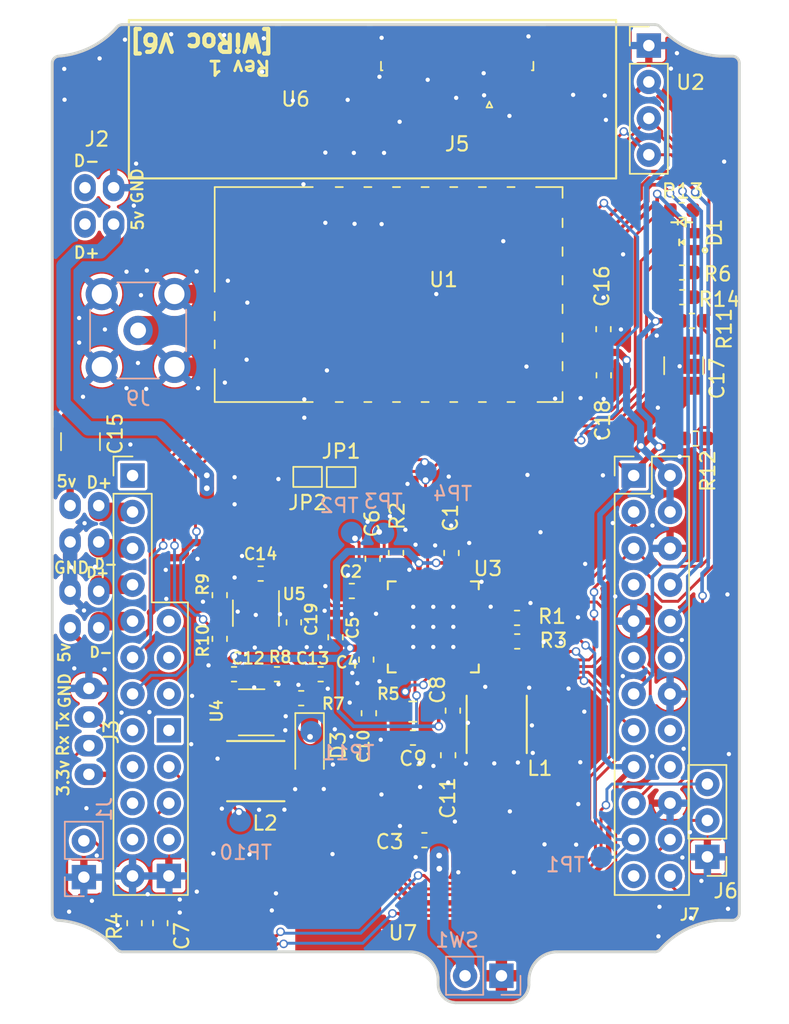
<source format=kicad_pcb>
(kicad_pcb (version 20211014) (generator pcbnew)
  (layers (0 "F.Cu" signal) (1 "In1.Cu" signal) (2 "In2.Cu" signal) (31 "B.Cu" signal) (34 "B.Paste" user) (35 "F.Paste" user) (36 "B.SilkS" user "B.Silkscreen") (37 "F.SilkS" user "F.Silkscreen") (38 "B.Mask" user) (39 "F.Mask" user) (44 "Edge.Cuts" user))
  (net 0 "")
  (net 1 "GND")
  (net 2 "IPSOUT")
  (net 3 "Net-(C2-Pad1)")
  (net 4 "BAT")
  (net 5 "VBUS")
  (net 6 "Net-(C6-Pad1)")
  (net 7 "PWRON")
  (net 8 "Net-(C11-Pad2)")
  (net 9 "Net-(C13-Pad1)")
  (net 10 "VDD_5V")
  (net 11 "SYS_3.3V")
  (net 12 "Net-(D3-Pad2)")
  (net 13 "Net-(J1-Pad2)")
  (net 16 "USBHost-DM1")
  (net 17 "USBHost-DP1")
  (net 18 "SDA")
  (net 19 "SCK")
  (net 20 "UART1_TX")
  (net 21 "UART1_RX")
  (net 22 "LORAAUX")
  (net 23 "LORAEN")
  (net 24 "IRQ")
  (net 25 "N_VBUSEN")
  (net 26 "Net-(L1-Pad1)")
  (net 27 "Net-(R2-Pad2)")
  (net 28 "Net-(R3-Pad2)")
  (net 29 "Net-(R7-Pad1)")
  (net 30 "Net-(R9-Pad2)")
  (net 31 "EXTEN")
  (net 37 "SRR_NRST")
  (net 54 "Net-(J6-Pad2)")
  (net 55 "Net-(J6-Pad3)")
  (net 67 "Net-(R13-Pad2)")
  (net 71 "LORARS")
  (net 72 "LORAMO")
  (net 78 "USBHost-DP2")
  (net 79 "USBHost-DM2")
  (net 80 "Net-(J9-Pad1)")
  (net 81 "Net-(SW1-Pad1)")
  (net 82 "UART2_TX")
  (net 83 "UART2_RX")
  (net 85 "Net-(D1-Pad1)")
  (net 86 "Net-(D1-Pad2)")
  (net 87 "Net-(D1-Pad3)")
  (net 88 "Net-(D1-Pad4)")
  (net 89 "Net-(JP1-Pad1)")
  (footprint "TO_SOT_Packages_SMD:SOT-23-5" (layer "F.Cu") (at 62.23072 87.87017 -90)
    (fp_text reference "U5")
    (fp_text value "SY6280")
  )
  (footprint "Measurement_Points:Measurement_Point_Round-SMD-Pad_Small" (layer "F.Cu") (at 74.11 77.98 -90)
    (fp_text reference "TP4")
    (fp_text value "TEST")
  )
  (footprint "Capacitor_SMD:C_0603_1608Metric" (layer "F.Cu") (at 55.55 109.5 -90)
    (fp_text reference "C7")
    (fp_text value "100pF")
  )
  (footprint "Capacitor_SMD:C_0603_1608Metric" (layer "F.Cu") (at 62.56 85.11 180)
    (fp_text reference "C14")
    (fp_text value "10uF")
  )
  (footprint "Resistor_SMD:R_0603_1608Metric" (layer "F.Cu") (at 59.7 86.61 90)
    (fp_text reference "R9")
    (fp_text value "3.6K-1%")
  )
  (footprint "Capacitor_SMD:C_1210_3225Metric" (layer "F.Cu") (at 49.975 75.9 -90)
    (fp_text reference "C15")
    (fp_text value "47uF")
  )
  (footprint "Resistor_SMD:R_0603_1608Metric" (layer "F.Cu") (at 53.75 109.5 -90)
    (fp_text reference "R4")
    (fp_text value "24K-1%")
  )
  (footprint "WiRoc:DRF1268DS" (layer "F.Cu") (at 71.5 65.6352 90)
    (fp_text reference "U1")
    (fp_text value "DRF1268DS")
  )
  (footprint "WiRoc:USBConnPads5" (layer "F.Cu") (at 52.29 58.18 -90)
    (fp_text reference "J2")
    (fp_text value "USB_Power_02x02")
  )
  (footprint "Measurement_Points:Measurement_Point_Round-SMD-Pad_Small" (layer "F.Cu") (at 86.35 104.9)
    (fp_text reference "TP1")
    (fp_text value "TEST")
  )
  (footprint "WiRoc:BatteryPad" (layer "F.Cu") (at 66.98 48.9 90)
    (fp_text reference "U6")
    (fp_text value "BatteryPadM")
  )
  (footprint "WiRoc:BatteryPad" (layer "F.Cu") (at 67.98 109.4 90)
    (fp_text reference "U7")
    (fp_text value "BatteryPadP")
  )
  (footprint "WiRoc:Pin_Header_Straight_1x03_Pitch2.54mm" (layer "F.Cu") (at 93.7667 104.8706 180)
    (fp_text reference "J6")
    (fp_text value "HAT_Conn_DBG")
  )
  (footprint "WiRoc:USBConnPads5" (layer "F.Cu") (at 49.25 82.8996 90)
    (fp_text reference "J4" hide)
    (fp_text value "USB_Host_Data_02x02")
  )
  (footprint "WiRoc:USBConnPads6" (layer "F.Cu") (at 49.25 88.8813 90)
    (fp_text reference "J8" hide)
    (fp_text value "USB_Host_Data_02x02")
  )
  (footprint "Resistor_SMD:R_0603_1608Metric" (layer "F.Cu") (at 59.7 89.66 90)
    (fp_text reference "R10")
    (fp_text value "100K-1%")
  )
  (footprint "WiRoc:SerialConnPads" (layer "F.Cu") (at 50.5613 96.117 90)
    (fp_text reference "J3")
    (fp_text value "Serial")
  )
  (footprint "Resistor_SMD:R_0603_1608Metric" (layer "F.Cu") (at 92.95 75.68 180)
    (fp_text reference "R12")
    (fp_text value "10K")
  )
  (footprint "Resistor_SMD:R_0603_1608Metric" (layer "F.Cu") (at 80.4837 89.8399 180)
    (fp_text reference "R3")
    (fp_text value "200K-1%")
  )
  (footprint "Capacitor_SMD:C_0603_1608Metric" (layer "F.Cu") (at 70.12 94.85 90)
    (fp_text reference "C10")
    (fp_text value "4.7uF")
  )
  (footprint "WiRoc:qfn48_6x6mm_Pitch0.4mm" (layer "F.Cu") (at 74.6202 88.8264 180)
    (fp_text reference "U3")
    (fp_text value "AXP209")
  )
  (footprint "Resistor_SMD:R_0603_1608Metric" (layer "F.Cu") (at 72.02 83.67 -90)
    (fp_text reference "R2")
    (fp_text value "200K-1%")
  )
  (footprint "Capacitor_SMD:C_0603_1608Metric" (layer "F.Cu") (at 67.79 89.55 -90)
    (fp_text reference "C5")
    (fp_text value "10uF")
  )
  (footprint "Resistor_SMD:R_0603_1608Metric" (layer "F.Cu") (at 80.4717 88.2004 180)
    (fp_text reference "R1")
    (fp_text value "100K-1%")
  )
  (footprint "WiRoc:Inductor_SLW4018" (layer "F.Cu") (at 79.05 95.63 -90)
    (fp_text reference "L1")
    (fp_text value "2.2uH-DCR<0.1R-1.5A")
  )
  (footprint "Measurement_Points:Measurement_Point_Round-SMD-Pad_Small" (layer "F.Cu") (at 71.15 82.3 180)
    (fp_text reference "TP3")
    (fp_text value "TEST")
  )
  (footprint "Capacitor_SMD:C_0603_1608Metric" (layer "F.Cu") (at 69.94 91.11 -90)
    (fp_text reference "C4")
    (fp_text value "10uF")
  )
  (footprint "Capacitor_SMD:C_0603_1608Metric" (layer "F.Cu") (at 75.66 97.78 90)
    (fp_text reference "C11")
    (fp_text value "4.7uF")
  )
  (footprint "Capacitor_SMD:C_0603_1608Metric" (layer "F.Cu") (at 73.2 96.56)
    (fp_text reference "C9")
    (fp_text value "1uF")
  )
  (footprint "Measurement_Points:Measurement_Point_Round-SMD-Pad_Small" (layer "F.Cu") (at 68.91 82.24 180)
    (fp_text reference "TP2")
    (fp_text value "TEST")
  )
  (footprint "Capacitor_SMD:C_0603_1608Metric" (layer "F.Cu") (at 75.89 83.67 90)
    (fp_text reference "C1")
    (fp_text value "4.7uF")
  )
  (footprint "Capacitor_SMD:C_0603_1608Metric" (layer "F.Cu") (at 70.39 84.08 90)
    (fp_text reference "C6")
    (fp_text value "1uF")
  )
  (footprint "Resistor_SMD:R_0805_2012Metric" (layer "F.Cu") (at 73.19 94.74 180)
    (fp_text reference "R5")
    (fp_text value "0R03")
  )
  (footprint "Capacitor_SMD:C_0603_1608Metric" (layer "F.Cu") (at 74 103.71 180)
    (fp_text reference "C3")
    (fp_text value "4.7uF")
  )
  (footprint "Resistor_SMD:R_0603_1608Metric" (layer "F.Cu") (at 92.69 67.47 180)
    (fp_text reference "R11")
    (fp_text value "10K")
  )
  (footprint "Capacitor_SMD:C_0603_1608Metric" (layer "F.Cu") (at 86.53 71.27 -90)
    (fp_text reference "C18")
    (fp_text value "4.7uF")
  )
  (footprint "Resistor_SMD:R_0603_1608Metric" (layer "F.Cu") (at 91.99774 64.0995 180)
    (fp_text reference "R6")
    (fp_text value "1K")
  )
  (footprint "Resistor_SMD:R_0603_1608Metric" (layer "F.Cu") (at 91.96726 59.7434 180)
    (fp_text reference "R13")
    (fp_text value "1K")
  )
  (footprint "Resistor_SMD:R_0603_1608Metric" (layer "F.Cu") (at 92.0079 65.82162 180)
    (fp_text reference "R14")
    (fp_text value "1K")
  )
  (footprint "WiRoc:LED_Dual_1.7_1.6" (layer "F.Cu") (at 92.00282 61.94558)
    (fp_text reference "D1")
    (fp_text value "LED_DUAL_ACCA")
  )
  (footprint "Capacitor_SMD:C_1210_3225Metric" (layer "F.Cu") (at 92.11 70.6 -90)
    (fp_text reference "C17")
    (fp_text value "47uF")
  )
  (footprint "Capacitor_SMD:C_0603_1608Metric" (layer "F.Cu") (at 86.51 68.05 90)
    (fp_text reference "C16")
    (fp_text value "1uF")
  )
  (footprint "WiRoc:CONN_OLED_TWI-Socket_Strip_Straight_1x04_Pitch2.54mm" (layer "F.Cu") (at 89.678 48.26)
    (fp_text reference "U2")
    (fp_text value "OLED")
  )
  (footprint "Capacitor_SMD:C_0603_1608Metric" (layer "F.Cu") (at 64.88 88.51 90)
    (fp_text reference "C19")
    (fp_text value "10uF")
  )
  (footprint "Capacitor_SMD:C_0603_1608Metric" (layer "F.Cu") (at 60.7 92.13)
    (fp_text reference "C12")
    (fp_text value "10uF")
  )
  (footprint "Capacitor_SMD:C_0603_1608Metric" (layer "F.Cu") (at 68.93 86.32 180)
    (fp_text reference "C2")
    (fp_text value "1uF")
  )
  (footprint "Capacitor_SMD:C_0603_1608Metric" (layer "F.Cu") (at 66.75 92.13)
    (fp_text reference "C13")
    (fp_text value "10uF")
  )
  (footprint "Measurement_Points:Measurement_Point_Round-SMD-Pad_Small" (layer "F.Cu") (at 66.09 96.14 -90)
    (fp_text reference "TP11")
    (fp_text value "TEST")
  )
  (footprint "TO_SOT_Packages_SMD:SOT-23-6" (layer "F.Cu") (at 61.929374 94.787056 180)
    (fp_text reference "U4")
    (fp_text value "LP6226_SY7208")
  )
  (footprint "Resistor_SMD:R_0603_1608Metric" (layer "F.Cu") (at 63.7 92.13 180)
    (fp_text reference "R8")
    (fp_text value "24K-1%")
  )
  (footprint "WiRoc:Inductor_SLW4018" (layer "F.Cu") (at 62.22 98.89)
    (fp_text reference "L2")
    (fp_text value "2.2uH-DCR<0.1R-1.5A")
  )
  (footprint "Diode_SMD:D_SOD-123" (layer "F.Cu") (at 65.98 97.09 -90)
    (fp_text reference "D3")
    (fp_text value "IN5819")
  )
  (footprint "Resistor_SMD:R_0603_1608Metric" (layer "F.Cu") (at 65.39302 93.80137)
    (fp_text reference "R7")
    (fp_text value "200K-1%")
  )
  (footprint "Measurement_Points:Measurement_Point_Round-SMD-Pad_Small" (layer "F.Cu") (at 61.13 102.37)
    (fp_text reference "TP10")
    (fp_text value "TEST")
  )
  (footprint "Capacitor_SMD:C_0603_1608Metric" (layer "F.Cu") (at 75.99 94.67 90)
    (fp_text reference "C8")
    (fp_text value "4.7uF")
  )
  (footprint "WiRoc:SolderJumper-2_P1.3mm_Open_Pad1.0x1.5mm-Modified" (layer "F.Cu") (at 68.18 78.37)
    (fp_text reference "JP1")
    (fp_text value "Jumper_NO_Small")
  )
  (footprint "WiRoc:SolderJumper-2_P1.3mm_Bridged2Bar_Pad1.0x1.5mm-Modified" (layer "F.Cu") (at 65.84 78.36 180)
    (fp_text reference "JP2")
    (fp_text value "Jumper_NC_Small")
  )
  (footprint "WiRoc:NanoPiNeoAirAllPins" (layer "F.Cu") (at 72.39 92.24)
    (fp_text reference "J7")
    (fp_text value "NanoPIAir")
  )
  (footprint "WiRoc:FPC-Connector_1x10-1MP_P0.5mm_Horizontal" (layer "F.Cu") (at 76.29 52.03 180)
    (fp_text reference "J5")
    (fp_text value "Conn_01x10")
  )
  (footprint "WiRoc:Pin_Header_Straight_1x02_Pitch2.54mm" (layer "B.Cu") (at 50.21 106.29)
    (fp_text reference "J1")
    (fp_text value "Conn_01x02")
  )
  (footprint "WiRoc:Pin_Header_Straight_1x02_Pitch2.54mm" (layer "B.Cu") (at 79.38 113.17 90)
    (fp_text reference "SW1")
    (fp_text value "SW_SPST")
  )
  (footprint "Connector_Coaxial:SMA_Amphenol_901-144_Vertical" (layer "B.Cu") (at 54 68.1422)
    (fp_text reference "J9")
    (fp_text value "Conn_Coaxial")
  )
  (gr_arc (start 72.98 111.5) (mid 74.380071 112.079929) (end 74.96 113.48) (layer "Edge.Cuts") (width 0.2))
  (gr_arc (start 81.3 113.8) (mid 80.901565 114.686628) (end 80 115.05) (layer "Edge.Cuts") (width 0.2))
  (gr_arc (start 96 108.8) (mid 95.855476 109.155476) (end 95.5 109.3) (layer "Edge.Cuts") (width 0.2))
  (gr_arc (start 90.5 111.3) (mid 90.320072 111.451397) (end 90.09 111.5) (layer "Edge.Cuts") (width 0.2))
  (gr_arc (start 90.5 111.3) (mid 92.354261 109.898735) (end 94.6 109.3) (layer "Edge.Cuts") (width 0.2))
  (gr_arc (start 48.4 109.3) (mid 48.112647 109.132794) (end 48 108.82) (layer "Edge.Cuts") (width 0.2))
  (gr_arc (start 48.4 109.3) (mid 50.647552 109.895019) (end 52.5 111.3) (layer "Edge.Cuts") (width 0.2))
  (gr_arc (start 52.89 111.5) (mid 52.673288 111.442339) (end 52.5 111.3) (layer "Edge.Cuts") (width 0.2))
  (gr_arc (start 52.5 47) (mid 50.660739 48.398329) (end 48.43 49) (layer "Edge.Cuts") (width 0.2))
  (gr_arc (start 52.5 47) (mid 52.676591 46.853183) (end 52.9 46.8) (layer "Edge.Cuts") (width 0.2))
  (gr_arc (start 48 49.49) (mid 48.1223 49.163651) (end 48.43 49) (layer "Edge.Cuts") (width 0.2))
  (gr_line (start 96 49.5) (end 96 108.8) (layer "Edge.Cuts") (width 0.2))
  (gr_arc (start 94.61 49) (mid 92.357901 48.405038) (end 90.5 47) (layer "Edge.Cuts") (width 0.2))
  (gr_arc (start 90.1 46.8) (mid 90.323731 46.852538) (end 90.5 47) (layer "Edge.Cuts") (width 0.2))
  (gr_arc (start 95.53 49) (mid 95.866006 49.155054) (end 96 49.5) (layer "Edge.Cuts") (width 0.2))
  (gr_line (start 95.53 49) (end 94.61 49) (layer "Edge.Cuts") (width 0.2))
  (gr_line (start 72.98 111.5) (end 52.89 111.5) (layer "Edge.Cuts") (width 0.2))
  (gr_arc (start 81.3 113.5) (mid 81.885786 112.085786) (end 83.3 111.5) (layer "Edge.Cuts") (width 0.2))
  (gr_line (start 74.96 113.48) (end 74.96 113.79) (layer "Edge.Cuts") (width 0.2))
  (gr_line (start 95.5 109.3) (end 94.6 109.3) (layer "Edge.Cuts") (width 0.2))
  (gr_line (start 52.9 46.8) (end 90.1 46.8) (layer "Edge.Cuts") (width 0.2))
  (gr_line (start 83.3 111.5) (end 90.09 111.5) (layer "Edge.Cuts") (width 0.2))
  (gr_line (start 48 108.82) (end 48 49.49) (layer "Edge.Cuts") (width 0.2))
  (gr_line (start 81.3 113.5) (end 81.3 113.8) (layer "Edge.Cuts") (width 0.2))
  (gr_line (start 80 115.05) (end 76.18 115.05) (layer "Edge.Cuts") (width 0.2))
  (gr_arc (start 76.18 115.05) (mid 75.316422 114.665528) (end 74.96 113.79) (layer "Edge.Cuts") (width 0.2))
  (gr_text "Rev 1" (at 61.06 49.8 180) (layer "F.SilkS") (effects (font (size 1 1) (thickness 0.2))))
  (gr_text "[WiRoc V6]" (at 58.46 48.04 180) (layer "F.SilkS") (effects (font (size 1.2 1.2) (thickness 0.3))))
  (segment (start 73.2202 85.9264) (end 73.2202 87.4264) (width 0.2032) (layer "F.Cu") (net 1))
  (segment (start 76.0202 91.7264) (end 76.0202 90.2264) (width 0.2032) (layer "F.Cu") (net 1))
  (segment (start 72.4202 91.0264) (end 73.2202 90.2264) (width 0.2032) (layer "F.Cu") (net 1))
  (segment (start 72.4202 91.6864) (end 72.4202 91.0264) (width 0.2032) (layer "F.Cu") (net 1))
  (segment (start 62.301412 94.787056) (end 61.803875 94.289519) (width 0.508) (layer "F.Cu") (net 1))
  (segment (start 63.029374 94.787056) (end 62.301412 94.787056) (width 0.508) (layer "F.Cu") (net 1))
  (segment (start 61.4875 92.705) (end 61.4875 92.13) (width 0.508) (layer "F.Cu") (net 1))
  (segment (start 61.803875 93.156455) (end 61.4875 92.84008) (width 0.508) (layer "F.Cu") (net 1))
  (segment (start 61.803875 94.289519) (end 61.803875 93.156455) (width 0.508) (layer "F.Cu") (net 1))
  (segment (start 61.4875 92.84008) (end 61.4875 92.705) (width 0.508) (layer "F.Cu") (net 1))
  (segment (start 68.68 85.94) (end 68.24 85.94) (width 0.2032) (layer "F.Cu") (net 1))
  (segment (start 58.817 65.6022) (end 59.35 66.1352) (width 1.3) (layer "F.Cu") (net 1))
  (segment (start 56.573 66.1352) (end 56.04 65.6022) (width 0.508) (layer "F.Cu") (net 1))
  (segment (start 72.2636 91.7264) (end 72.27409 91.7264) (width 0.508) (layer "F.Cu") (net 1))
  (segment (start 49.2532 86.608) (end 50.2565 87.6113) (width 0.508) (layer "F.Cu") (net 1))
  (segment (start 49.2532 86.3413) (end 49.2532 86.608) (width 0.508) (layer "F.Cu") (net 1))
  (segment (start 70.17 91.8975) (end 72.0925 91.8975) (width 0.508) (layer "F.Cu") (net 1))
  (segment (start 73.2202 85.365082) (end 72.95 85.094882) (width 0.2032) (layer "F.Cu") (net 1))
  (segment (start 49.25 82.5853) (end 50.193 81.6423) (width 0.508) (layer "F.Cu") (net 1))
  (segment (start 58.803 70.6822) (end 59.35 70.1352) (width 1.3) (layer "F.Cu") (net 1))
  (segment (start 70.18 91.8875) (end 70.17 91.8975) (width 0.508) (layer "F.Cu") (net 1))
  (segment (start 56.54 70.6822) (end 58.803 70.6822) (width 1.3) (layer "F.Cu") (net 1))
  (segment (start 56.54 65.6022) (end 58.817 65.6022) (width 1.3) (layer "F.Cu") (net 1))
  (segment (start 73.2202 85.9264) (end 73.2202 85.365082) (width 0.2032) (layer "F.Cu") (net 1))
  (segment (start 72.0925 91.8975) (end 72.2636 91.7264) (width 0.508) (layer "F.Cu") (net 1))
  (segment (start 49.25 82.8996) (end 49.25 82.5853) (width 0.508) (layer "F.Cu") (net 1))
  (via (at 73.2202 88.8227) (size 0.4) (drill 0.3) (layers "F.Cu" "B.Cu") (net 1))
  (via (at 76.0202 90.2264) (size 0.4) (drill 0.3) (layers "F.Cu" "B.Cu") (net 1))
  (via (at 74.6202 87.4264) (size 0.4) (drill 0.3) (layers "F.Cu" "B.Cu") (net 1))
  (via (at 76.0202 88.8227) (size 0.4) (drill 0.3) (layers "F.Cu" "B.Cu") (net 1))
  (via (at 73.2202 90.2264) (size 0.4) (drill 0.3) (layers "F.Cu" "B.Cu") (net 1))
  (via (at 74.6202 88.8264) (size 0.4) (drill 0.3) (layers "F.Cu" "B.Cu") (net 1))
  (via (at 73.2202 87.4264) (size 0.4) (drill 0.3) (layers "F.Cu" "B.Cu") (net 1))
  (via (at 76.0202 87.4264) (size 0.4) (drill 0.3) (layers "F.Cu" "B.Cu") (net 1))
  (via (at 74.6202 90.2264) (size 0.4) (drill 0.3) (layers "F.Cu" "B.Cu") (net 1))
  (via (at 63.34 108.61) (size 0.5) (drill 0.3) (layers "F.Cu" "B.Cu") (net 1))
  (via (at 67.19 70.93) (size 0.5) (drill 0.3) (layers "F.Cu" "B.Cu") (net 1))
  (via (at 56.91 107.85) (size 0.5) (drill 0.3) (layers "F.Cu" "B.Cu") (net 1))
  (via (at 67.08 85.98) (size 0.5) (drill 0.3) (layers "F.Cu" "B.Cu") (net 1))
  (via (at 69.07 55.75) (size 0.5) (drill 0.3) (layers "F.Cu" "B.Cu") (net 1))
  (via (at 73.38 83.09) (size 0.5) (drill 0.3) (layers "F.Cu" "B.Cu") (net 1))
  (via (at 77.04 95.52) (size 0.5) (drill 0.3) (layers "F.Cu" "B.Cu") (net 1))
  (via (at 81.51 95.7) (size 0.5) (drill 0.3) (layers "F.Cu" "B.Cu") (net 1))
  (via (at 64.22 101.58) (size 0.5) (drill 0.3) (layers "F.Cu" "B.Cu") (net 1))
  (via (at 91.83 70.64) (size 0.5) (drill 0.3) (layers "F.Cu" "B.Cu") (net 1))
  (via (at 93.35 106.55) (size 0.5) (drill 0.3) (layers "F.Cu" "B.Cu") (net 1))
  (via (at 67.03 87.7) (size 0.5) (drill 0.3) (layers "F.Cu" "B.Cu") (net 1))
  (via (at 82.33 89.88) (size 0.5) (drill 0.3) (layers "F.Cu" "B.Cu") (net 1))
  (via (at 58.09 64.02) (size 0.5) (drill 0.3) (layers "F.Cu" "B.Cu") (net 1))
  (via (at 53.99 70.41) (size 0.5) (drill 0.3) (layers "F.Cu" "B.Cu") (net 1))
  (via (at 85.23 84.43) (size 0.5) (drill 0.3) (layers "F.Cu" "B.Cu") (net 1))
  (via (at 60.74 78.38) (size 0.5) (drill 0.3) (layers "F.Cu" "B.Cu") (net 1))
  (via (at 49.54 91.72) (size 0.5) (drill 0.3) (layers "F.Cu" "B.Cu") (net 1))
  (via (at 84.89 98.27) (size 0.5) (drill 0.3) (layers "F.Cu" "B.Cu") (net 1))
  (via (at 59.26 104.64) (size 0.5) (drill 0.3) (layers "F.Cu" "B.Cu") (net 1))
  (via (at 92.62 109.14) (size 0.5) (drill 0.3) (layers "F.Cu" "B.Cu") (net 1))
  (via (at 50.77 107.94) (size 0.5) (drill 0.3) (layers "F.Cu" "B.Cu") (net 1))
  (via (at 56.91 108.76) (size 0.5) (drill 0.3) (layers "F.Cu" "B.Cu") (net 1))
  (via (at 89.9 97.86) (size 0.5) (drill 0.3) (layers "F.Cu" "B.Cu") (net 1))
  (via (at 86.52 72.92) (size 0.5) (drill 0.3) (layers "F.Cu" "B.Cu") (net 1))
  (via (at 64.97 100.15) (size 0.5) (drill 0.3) (layers "F.Cu" "B.Cu") (net 1))
  (via (at 65.61 74.23) (size 0.5) (drill 0.3) (layers "F.Cu" "B.Cu") (net 1))
  (via (at 59.85 101.51) (size 0.5) (drill 0.3) (layers "F.Cu" "B.Cu") (net 1))
  (via (at 49.88 67.27) (size 0.5) (drill 0.3) (layers "F.Cu" "B.Cu") (net 1))
  (via (at 81.27 47.62) (size 0.5) (drill 0.3) (layers "F.Cu" "B.Cu") (net 1))
  (via (at 63.63 107.42) (size 0.5) (drill 0.3) (layers "F.Cu" "B.Cu") (net 1))
  (via (at 64.28 96.04) (size 0.5) (drill 0.3) (layers "F.Cu" "B.Cu") (net 1))
  (via (at 73.66 98.31) (size 0.5) (drill 0.3) (layers "F.Cu" "B.Cu") (net 1))
  (via (at 54.67 107.48) (size 0.5) (drill 0.3) (layers "F.Cu" "B.Cu") (net 1))
  (via (at 69.32 92.75) (size 0.5) (drill 0.3) (layers "F.Cu" "B.Cu") (net 1))
  (via (at 89.93 81.75) (size 0.5) (drill 0.3) (layers "F.Cu" "B.Cu") (net 1))
  (via (at 50.39 101.48) (size 0.5) (drill 0.3) (layers "F.Cu" "B.Cu") (net 1))
  (via (at 49.88 68.99) (size 0.5) (drill 0.3) (layers "F.Cu" "B.Cu") (net 1))
  (via (at 71.59 81.11) (size 0.5) (drill 0.3) (layers "F.Cu" "B.Cu") (net 1))
  (via (at 67.61 98.43) (size 0.5) (drill 0.3) (layers "F.Cu" "B.Cu") (net 1))
  (via (at 72.27 53.58) (size 0.5) (drill 0.3) (layers "F.Cu" "B.Cu") (net 1))
  (via (at 87.86 92.26) (size 0.5) (drill 0.3) (layers "F.Cu" "B.Cu") (net 1))
  (via (at 78.25 93.01) (size 0.5) (drill 0.3) (layers "F.Cu" "B.Cu") (net 1))
  (via (at 80.53 98.29) (size 0.5) (drill 0.3) (layers "F.Cu" "B.Cu") (net 1))
  (via (at 69.12 91.26) (size 0.5) (drill 0.3) (layers "F.Cu" "B.Cu") (net 1))
  (via (at 86.47 78.25) (size 0.5) (drill 0.3) (layers "F.Cu" "B.Cu") (net 1))
  (via (at 60.74 85.38) (size 0.5) (drill 0.3) (layers "F.Cu" "B.Cu") (net 1))
  (via (at 73.7 100) (size 0.5) (drill 0.3) (layers "F.Cu" "B.Cu") (net 1))
  (via (at 53.19 72.17) (size 0.5) (drill 0.3) (layers "F.Cu" "B.Cu") (net 1))
  (via (at 67.08 60.63) (size 0.5) (drill 0.3) (layers "F.Cu" "B.Cu") (net 1))
  (via (at 76.22 51.91) (size 0.5) (drill 0.3) (layers "F.Cu" "B.Cu") (net 1))
  (via (at 79.94 53.17) (size 0.5) (drill 0.3) (layers "F.Cu" "B.Cu") (net 1))
  (via (at 94.94 56.36) (size 0.5) (drill 0.3) (layers "F.Cu" "B.Cu") (net 1))
  (via (at 52.57 109.64) (size 0.5) (drill 0.3) (layers "F.Cu" "B.Cu") (net 1))
  (via (at 74.83 65.6) (size 0.5) (drill 0.3) (layers "F.Cu" "B.Cu") (net 1))
  (via (at 86.68 53.45) (size 0.5) (drill 0.3) (layers "F.Cu" "B.Cu") (net 1))
  (via (at 58.92 91.51) (size 0.5) (drill 0.3) (layers "F.Cu" "B.Cu") (net 1))
  (via (at 53.7 59.43) (size 0.5) (drill 0.3) (layers "F.Cu" "B.Cu") (net 1))
  (via (at 54.79 94.77) (size 0.5) (drill 0.3) (layers "F.Cu" "B.Cu") (net 1))
  (via (at 72.82 78.85) (size 0.5) (drill 0.3) (layers "F.Cu" "B.Cu") (net 1))
  (via (at 87.16 81.58) (size 0.5) (drill 0.3) (layers "F.Cu" "B.Cu") (net 1))
  (via (at 68.78 94.11) (size 0.5) (drill 0.3) (layers "F.Cu" "B.Cu") (net 1))
  (via (at 63.92 90.28) (size 0.5) (drill 0.3) (layers "F.Cu" "B.Cu") (net 1))
  (via (at 50.26 81.59) (size 0.5) (drill 0.3) (layers "F.Cu" "B.Cu") (net 1))
  (via (at 58.1 107.3) (size 0.5) (drill 0.3) (layers "F.Cu" "B.Cu") (net 1))
  (via (at 61.63 66.2) (size 0.5) (drill 0.3) (layers "F.Cu" "B.Cu") (net 1))
  (via (at 58.15 84.08) (size 0.5) (drill 0.3) (layers "F.Cu" "B.Cu") (net 1))
  (via (at 71 100.52) (size 0.5) (drill 0.3) (layers "F.Cu" "B.Cu") (net 1))
  (via (at 81.41 87.16) (size 0.5) (drill 0.3) (layers "F.Cu" "B.Cu") (net 1))
  (via (at 56.31 47.47) (size 0.5) (drill 0.3) (layers "F.Cu" "B.Cu") (net 1))
  (via (at 81.2 78.22) (size 0.5) (drill 0.3) (layers "F.Cu" "B.Cu") (net 1))
  (via (at 52.84 94.81) (size 0.5) (drill 0.3) (layers "F.Cu" "B.Cu") (net 1))
  (via (at 63.81 92.83) (size 0.5) (drill 0.3) (layers "F.Cu" "B.Cu") (net 1))
  (via (at 72.29 102.72) (size 0.5) (drill 0.3) (layers "F.Cu" "B.Cu") (net 1))
  (via (at 53.46 76.1) (size 0.5) (drill 0.3) (layers "F.Cu" "B.Cu") (net 1))
  (via (at 82.39 104) (size 0.5) (drill 0.3) (layers "F.Cu" "B.Cu") (net 1))
  (via (at 68.67 85.21) (size 0.5) (drill 0.3) (layers "F.Cu" "B.Cu") (net 1))
  (via (at 66.97 100.14) (size 0.5) (drill 0.3) (layers "F.Cu" "B.Cu") (net 1))
  (via (at 58.53 87.07) (size 0.5) (drill 0.3) (layers "F.Cu" "B.Cu") (net 1))
  (via (at 77.13 82.97) (size 0.5) (drill 0.3) (layers "F.Cu" "B.Cu") (net 1))
  (via (at 91.83 76.94) (size 0.5) (drill 0.3) (layers "F.Cu" "B.Cu") (net 1))
  (via (at 67.08 55.73) (size 0.5) (drill 0.3) (layers "F.Cu" "B.Cu") (net 1))
  (via (at 60.06 71.78) (size 0.5) (drill 0.3) (layers "F.Cu" "B.Cu") (net 1))
  (via (at 49.18 108.7) (size 0.5) (drill 0.3) (layers "F.Cu" "B.Cu") (net 1))
  (via (at 53.19 64.04) (size 0.5) (drill 0.3) (layers "F.Cu" "B.Cu") (net 1))
  (via (at 78.14 50.19) (size 0.5) (drill 0.3) (layers "F.Cu" "B.Cu") (net 1))
  (via (at 70.62 87.91) (size 0.5) (drill 0.3) (layers "F.Cu" "B.Cu") (net 1))
  (via (at 65.78 90.24) (size 0.5) (drill 0.3) (layers "F.Cu" "B.Cu") (net 1))
  (via (at 74.23 50.65) (size 0.5) (drill 0.3) (layers "F.Cu" "B.Cu") (net 1))
  (via (at 67.74 95.97) (size 0.5) (drill 0.3) (layers "F.Cu" "B.Cu") (net 1))
  (via (at 57.77 93.64) (size 0.5) (drill 0.3) (layers "F.Cu" "B.Cu") (net 1))
  (via (at 86.51 65.85) (size 0.5) (drill 0.3) (layers "F.Cu" "B.Cu") (net 1))
  (via (at 50.99 84.63) (size 0.5) (drill 0.3) (layers "F.Cu" "B.Cu") (net 1))
  (via (at 75.66 99.68) (size 0.5) (drill 0.3) (layers "F.Cu" "B.Cu") (net 1))
  (via (at 79.97 101.7) (size 0.5) (drill 0.3) (layers "F.Cu" "B.Cu") (net 1))
  (via (at 62.15 90.27) (size 0.5) (drill 0.3) (layers "F.Cu" "B.Cu") (net 1))
  (via (at 69.12 60.7) (size 0.5) (drill 0.3) (layers "F.Cu" "B.Cu") (net 1))
  (via (at 54.2 65.68) (size 0.5) (drill 0.3) (layers "F.Cu" "B.Cu") (net 1))
  (via (at 87.33 86.7) (size 0.5) (drill 0.3) (layers "F.Cu" "B.Cu") (net 1))
  (via (at 77.99 85.68) (size 0.5) (drill 0.3) (layers "F.Cu" "B.Cu") (net 1))
  (via (at 92.11 97.33) (size 0.5) (drill 0.3) (layers "F.Cu" "B.Cu") (net 1))
  (via (at 84.39 51.7) (size 0.5) (drill 0.3) (layers "F.Cu" "B.Cu") (net 1))
  (via (at 67.58 104.68) (size 0.5) (drill 0.3) (layers "F.Cu" "B.Cu") (net 1))
  (via (at 89.94 79.73) (size 0.5) (drill 0.3) (layers "F.Cu" "B.Cu") (net 1))
  (via (at 75.7 78.34) (size 0.5) (drill 0.3) (layers "F.Cu" "B.Cu") (net 1))
  (via (at 86.19 75.63) (size 0.5) (drill 0.3) (layers "F.Cu" "B.Cu") (net 1))
  (via (at 48.86 52.04) (size 0.5) (drill 0.3) (layers "F.Cu" "B.Cu") (net 1))
  (via (at 64.31 95.06) (size 0.5) (drill 0.3) (layers "F.Cu" "B.Cu") (net 1))
  (via (at 84.6 104.02) (size 0.5) (drill 0.3) (layers "F.Cu" "B.Cu") (net 1))
  (via (at 63.8 78.51) (size 0.5) (drill 0.3) (layers "F.Cu" "B.Cu") (net 1))
  (via (at 60.27 64.67) (size 0.5) (drill 0.3) (layers "F.Cu" "B.Cu") (net 1))
  (via (at 70.03 81.49) (size 0.5) (drill 0.3) (layers "F.Cu" "B.Cu") (net 1))
  (via (at 51.66 91.79) (size 0.5) (drill 0.3) (layers "F.Cu" "B.Cu") (net 1))
  (via (at 78.88 98.35) (size 0.5) (drill 0.3) (layers "F.Cu" "B.Cu") (net 1))
  (via (at 95.27 97.7) (size 0.5) (drill 0.3) (layers "F.Cu" "B.Cu") (net 1))
  (via (at 80.25 105.95) (size 0.5) (drill 0.3) (layers "F.Cu" "B.Cu") (net 1))
  (via (at 58.19 72.17) (size 0.5) (drill 0.3) (layers "F.Cu" "B.Cu") (net 1))
  (via (at 54.57 72.22) (size 0.5) (drill 0.3) (layers "F.Cu" "B.Cu") (net 1))
  (via (at 76.13 102.41) (size 0.5) (drill 0.3) (layers "F.Cu" "B.Cu") (net 1))
  (via (at 49.33 84.67) (size 0.5) (drill 0.3) (layers "F.Cu" "B.Cu") (net 1))
  (via (at 95.21 108.5) (size 0.5) (drill 0.3) (layers "F.Cu" "B.Cu") (net 1))
  (via (at 61.26 83.88) (size 0.5) (drill 0.3) (layers "F.Cu" "B.Cu") (net 1))
  (via (at 81.13 70.66) (size 0.5) (drill 0.3) (layers "F.Cu" "B.Cu") (net 1))
  (via (at 65.61 72.95) (size 0.5) (drill 0.3) (layers "F.Cu" "B.Cu") (net 1))
  (via (at 90.42 108.36) (size 0.5) (drill 0.3) (layers "F.Cu" "B.Cu") (net 1))
  (via (at 53.08 47.85) (size 0.5) (drill 0.3) (layers "F.Cu" "B.Cu") (net 1))
  (via (at 51.68 68.07) (size 0.5) (drill 0.3) (layers "F.Cu" "B.Cu") (net 1))
  (via (at 74.75 83.14) (size 0.5) (drill 0.3) (layers "F.Cu" "B.Cu") (net 1))
  (via (at 64.81 52.1) (size 0.5) (drill 0.3) (layers "F.Cu" "B.Cu") (net 1))
  (via (at 57.71 97.01) (size 0.5) (drill 0.3) (layers "F.Cu" "B.Cu") (net 1))
  (via (at 60.96 87.76) (size 0.5) (drill 0.3) (layers "F.Cu" "B.Cu") (net 1))
  (via (at 71.01 47.72) (size 0.5) (drill 0.3) (layers "F.Cu" "B.Cu") (net 1))
  (via (at 51.11 104.78) (size 0.5) (drill 0.3) (layers "F.Cu" "B.Cu") (net 1))
  (via (at 53.86 56.5) (size 0.5) (drill 0.3) (layers "F.Cu" "B.Cu") (net 1))
  (via (at 71.01 60.72) (size 0.5) (drill 0.3) (layers "F.Cu" "B.Cu") (net 1))
  (via (at 60.01 47.53) (size 0.5) (drill 0.3) (layers "F.Cu" "B.Cu") (net 1))
  (via (at 66.73 90.24) (size 0.5) (drill 0.3) (layers "F.Cu" "B.Cu") (net 1))
  (via (at 62.78 47.76) (size 0.5) (drill 0.3) (layers "F.Cu" "B.Cu") (net 1))
  (via (at 78.17 51.73) (size 0.5) (drill 0.3) (layers "F.Cu" "B.Cu") (net 1))
  (via (at 78.63 87.42) (size 0.5) (drill 0.3) (layers "F.Cu" "B.Cu") (net 1))
  (via (at 62.22 87.99) (size 0.5) (drill 0.3) (layers "F.Cu" "B.Cu") (net 1))
  (via (at 90.23 68.5) (size 0.5) (drill 0.3) (layers "F.Cu" "B.Cu") (net 1))
  (via (at 61.58 70.18) (size 0.5) (drill 0.3) (layers "F.Cu" "B.Cu") (net 1))
  (via (at 76.9 98.37) (size 0.5) (drill 0.3) (layers "F.Cu" "B.Cu") (net 1))
  (via (at 70.95 96.7) (size 0.5) (drill 0.3) (layers "F.Cu" "B.Cu") (net 1))
  (via (at 62.45 101.59) (size 0.5) (drill 0.3) (layers "F.Cu" "B.Cu") (net 1))
  (via (at 90.35 110.42) (size 0.5) (drill 0.3) (layers "F.Cu" "B.Cu") (net 1))
  (via (at 71.18 55.75) (size 0.5) (drill 0.3) (layers "F.Cu" "B.Cu") (net 1))
  (via (at 59.55 98.02) (size 0.5) (drill 0.3) (layers "F.Cu" "B.Cu") (net 1))
  (via (at 74.63 98.53) (size 0.5) (drill 0.3) (layers "F.Cu" "B.Cu") (net 1))
  (via (at 92.55 103.15) (size 0.5) (drill 0.3) (layers "F.Cu" "B.Cu") (net 1))
  (via (at 90.31 73.53) (size 0.5) (drill 0.3) (layers "F.Cu" "B.Cu") (net 1))
  (via (at 68.96 92.04) (size 0.5) (drill 0.3) (layers "F.Cu" "B.Cu") (net 1))
  (via (at 55.93 84.85) (size 0.5) (drill 0.3) (layers "F.Cu" "B.Cu") (net 1))
  (via (at 91.64 48.79) (size 0.5) (drill 0.3) (layers "F.Cu" "B.Cu") (net 1))
  (via (at 67.25 93.14) (size 0.5) (drill 0.3) (layers "F.Cu" "B.Cu") (net 1))
  (via (at 55.97 86.87) (size 0.5) (drill 0.3) (layers "F.Cu" "B.Cu") (net 1))
  (via (at 61.78 104.7) (size 0.5) (drill 0.3) (layers "F.Cu" "B.Cu") (net 1))
  (via (at 72.67 82.05) (size 0.5) (drill 0.3) (layers "F.Cu" "B.Cu") (net 1))
  (via (at 72.95 84.84) (size 0.5) (drill 0.3) (layers "F.Cu" "B.Cu") (net 1))
  (via (at 84.73 88.16) (size 0.5) (drill 0.3) (layers "F.Cu" "B.Cu") (net 1))
  (via (at 91.22 49.87) (size 0.5) (drill 0.3) (layers "F.Cu" "B.Cu") (net 1))
  (via (at 70.86 92.62) (size 0.5) (drill 0.3) (layers "F.Cu" "B.Cu") (net 1))
  (via (at 65.55 57.94) (size 0.5) (drill 0.3) (layers "F.Cu" "B.Cu") (net 1))
  (via (at 60.74 80.27) (size 0.5) (drill 0.3) (layers "F.Cu" "B.Cu") (net 1))
  (via (at 76.37 105.95) (size 0.5) (drill 0.3) (layers "F.Cu" "B.Cu") (net 1))
  (via (at 81.32 93.07) (size 0.5) (drill 0.3) (layers "F.Cu" "B.Cu") (net 1))
  (via (at 82.11 82.22) (size 0.5) (drill 0.3) (layers "F.Cu" "B.Cu") (net 1))
  (via (at 84.07 93.13) (size 0.5) (drill 0.3) (layers "F.Cu" "B.Cu") (net 1))
  (via (at 83.13 72.9) (size 0.5) (drill 0.3) (layers "F.Cu" "B.Cu") (net 1))
  (via (at 62.66 50.09) (size 0.5) (drill 0.3) (layers "F.Cu" "B.Cu") (net 1))
  (via (at 63.91 87.94) (size 0.5) (drill 0.3) (layers "F.Cu" "B.Cu") (net 1))
  (via (at 68.9 96.47) (size 0.5) (drill 0.3) (layers "F.Cu" "B.Cu") (net 1))
  (via (at 68.91 87.93) (size 0.5) (drill 0.3) (layers "F.Cu" "B.Cu") (net 1))
  (via (at 70.86 50.44) (size 0.5) (drill 0.3) (layers "F.Cu" "B.Cu") (net 1))
  (via (at 92.02 104.92) (size 0.5) (drill 0.3) (layers "F.Cu" "B.Cu") (net 1))
  (via (at 75.87 81.76) (size 0.5) (drill 0.3) (layers "F.Cu" "B.Cu") (net 1))
  (via (at 85.17 94.74) (size 0.5) (drill 0.3) (layers "F.Cu" "B.Cu") (net 1))
  (via (at 87.73 68.07) (size 0.5) (drill 0.3) (layers "F.Cu" "B.Cu") (net 1))
  (via (at 81.57 97.62) (size 0.5) (drill 0.3) (layers "F.Cu" "B.Cu") (net 1))
  (via (at 86.6 51.75) (size 0.5) (drill 0.3) (layers "F.Cu" "B.Cu") (net 1))
  (via (at 83.53 89.92) (size 0.5) (drill 0.3) (layers "F.Cu" "B.Cu") (net 1))
  (via (at 62.11 93.05) (size 0.5) (drill 0.3) (layers "F.Cu" "B.Cu") (net 1))
  (via (at 95.17 86.56) (size 0.5) (drill 0.3) (layers "F.Cu" "B.Cu") (net 1))
  (via (at 65.2 92.87) (size 0.5) (drill 0.3) (layers "F.Cu" "B.Cu") (net 1))
  (via (at 79.51 61.91) (size 0.5) (drill 0.3) (layers "F.Cu" "B.Cu") (net 1))
  (via (at 84.75 101.19) (size 0.5) (drill 0.3) (layers "F.Cu" "B.Cu") (net 1))
  (via (at 73.39 104.89) (size 0.5) (drill 0.3) (layers "F.Cu" "B.Cu") (net 1))
  (via (at 84.91 72.86) (size 0.5) (drill 0.3) (layers "F.Cu" "B.Cu") (net 1))
  (via (at 48.84 49.89) (size 0.5) (drill 0.3) (layers "F.Cu" "B.Cu") (net 1))
  (via (at 50.22 87.68) (size 0.5) (drill 0.3) (layers "F.Cu" "B.Cu") (net 1))
  (via (at 54.61 63.96) (size 0.5) (drill 0.3) (layers "F.Cu" "B.Cu") (net 1))
  (via (at 68.64 52.05) (size 0.5) (drill 0.3) (layers "F.Cu" "B.Cu") (net 1))
  (via (at 87.88 62.83) (size 0.5) (drill 0.3) (layers "F.Cu" "B.Cu") (net 1))
  (via (at 51.31 49.16) (size 0.5) (drill 0.3) (layers "F.Cu" "B.Cu") (net 1))
  (via (at 91.98 89.74) (size 0.5) (drill 0.3) (layers "F.Cu" "B.Cu") (net 1))
  (via (at 50.15 72.77) (size 0.5) (drill 0.3) (layers "F.Cu" "B.Cu") (net 1))
  (segment (start 49.2024 82.8996) (end 49.2024 82.6329) (width 0.508) (layer "B.Cu") (net 1))
  (segment (start 90.017899 102.267101) (end 91.16 101.125) (width 0.381) (layer "B.Cu") (net 1))
  (segment (start 90.860001 108.520001) (end 91.16 108.82) (width 0.2032) (layer "B.Cu") (net 1))
  (segment (start 49.25 86.3413) (end 49.25 86.6048) (width 0.508) (layer "B.Cu") (net 1))
  (segment (start 90.017899 107.677899) (end 90.860001 108.520001) (width 0.2032) (layer "B.Cu") (net 1))
  (segment (start 49.25 86.6048) (end 50.2565 87.6113) (width 0.508) (layer "B.Cu") (net 1))
  (segment (start 49.2024 82.6329) (end 50.193 81.6423) (width 0.508) (layer "B.Cu") (net 1))
  (segment (start 90.017899 102.267101) (end 90.017899 107.677899) (width 0.2032) (layer "B.Cu") (net 1))
  (segment (start 71.7602 90.6264) (end 70.8387 90.6264) (width 0.2032) (layer "F.Cu") (net 2))
  (segment (start 71.7602 90.2264) (end 70.4387 90.2264) (width 0.2032) (layer "F.Cu") (net 2))
  (segment (start 70.8387 90.6264) (end 70.4387 90.2264) (width 0.2032) (layer "F.Cu") (net 2))
  (segment (start 73.6202 84.3702) (end 73.6202 85.09) (width 0.381) (layer "F.Cu") (net 2))
  (segment (start 75.89 84.4575) (end 76.8202 85.3877) (width 0.254) (layer "F.Cu") (net 2))
  (segment (start 75.2202 91.7264) (end 75.2202 92.8302) (width 0.2032) (layer "F.Cu") (net 2))
  (segment (start 60.73 99.09) (end 60.73 101.450002) (width 0.2032) (layer "F.Cu") (net 2))
  (segment (start 59.9125 92.13) (end 59.9125 91.670178) (width 0.508) (layer "F.Cu") (net 2))
  (segment (start 59.9125 91.670178) (end 60.716348 90.86633) (width 0.508) (layer "F.Cu") (net 2))
  (segment (start 75.66 93.27) (end 75.66 93.6925) (width 0.2032) (layer "F.Cu") (net 2))
  (segment (start 74.82 84.36) (end 75.7925 84.36) (width 0.254) (layer "F.Cu") (net 2))
  (segment (start 60.73 101.450002) (end 60.739999 101.460001) (width 0.2032) (layer "F.Cu") (net 2))
  (segment (start 60.739999 101.460001) (end 61.039998 101.76) (width 0.2032) (layer "F.Cu") (net 2))
  (segment (start 75.7925 84.36) (end 75.89 84.4575) (width 0.254) (layer "F.Cu") (net 2))
  (segment (start 73.62 84.37) (end 73.6202 84.3702) (width 0.381) (layer "F.Cu") (net 2))
  (segment (start 73.34 93.5) (end 73.45 93.61) (width 0.2032) (layer "F.Cu") (net 2))
  (segment (start 73.6202 91.7264) (end 73.6202 92.2796) (width 0.2032) (layer "F.Cu") (net 2))
  (segment (start 75.2202 92.8302) (end 75.66 93.27) (width 0.2032) (layer "F.Cu") (net 2))
  (segment (start 75.9125 93.6925) (end 75 94.605) (width 0.254) (layer "F.Cu") (net 2))
  (segment (start 70.18 90.3125) (end 68.8625 90.3125) (width 0.508) (layer "F.Cu") (net 2))
  (segment (start 60.829374 94.787056) (end 59.897817 94.787056) (width 0.508) (layer "F.Cu") (net 2))
  (segment (start 60.73 97.958138) (end 59.72 96.948138) (width 0.508) (layer "F.Cu") (net 2))
  (segment (start 73.34 92.5598) (end 73.34 93.5) (width 0.2032) (layer "F.Cu") (net 2))
  (segment (start 59.72 92.3225) (end 59.9125 92.13) (width 0.508) (layer "F.Cu") (net 2))
  (segment (start 73.6202 85.9264) (end 73.6202 84.92) (width 0.2032) (layer "F.Cu") (net 2))
  (segment (start 73.6202 92.2796) (end 73.34 92.5598) (width 0.2032) (layer "F.Cu") (net 2))
  (segment (start 59.72 96.948138) (end 59.72 92.3225) (width 0.508) (layer "F.Cu") (net 2))
  (segment (start 76.8202 85.3877) (end 76.8202 85.9264) (width 0.2032) (layer "F.Cu") (net 2))
  (segment (start 75 94.605) (end 75 95.76) (width 0.254) (layer "F.Cu") (net 2))
  (via (at 73.62 84.37) (size 0.6) (drill 0.4) (layers "F.Cu" "B.Cu") (net 2))
  (via (at 68.8 90.3) (size 0.6) (drill 0.4) (layers "F.Cu" "B.Cu") (net 2))
  (via (at 60.716348 90.86633) (size 0.6) (drill 0.4) (layers "F.Cu" "B.Cu") (net 2))
  (via (at 74.82 84.36) (size 0.6) (drill 0.4) (layers "F.Cu" "B.Cu") (net 2))
  (via (at 75 95.76) (size 0.6) (drill 0.4) (layers "F.Cu" "B.Cu") (net 2))
  (via (at 61.039998 101.76) (size 0.6) (drill 0.4) (layers "F.Cu" "B.Cu") (net 2))
  (via (at 73.45 93.61) (size 0.6) (drill 0.4) (layers "F.Cu" "B.Cu") (net 2))
  (segment (start 73.45 93.61) (end 73.45 95.69) (width 0.2032) (layer "B.Cu") (net 2))
  (segment (start 73.38 95.76) (end 69.056098 95.76) (width 0.254) (layer "B.Cu") (net 2))
  (segment (start 68.325 90.775) (end 68.08 91.02) (width 0.508) (layer "B.Cu") (net 2))
  (segment (start 69.056098 95.76) (end 67.982499 94.686401) (width 0.254) (layer "B.Cu") (net 2))
  (segment (start 75 95.76) (end 73.38 95.76) (width 0.254) (layer "B.Cu") (net 2))
  (segment (start 67.982499 91.117501) (end 68.325 90.775) (width 0.254) (layer "B.Cu") (net 2))
  (segment (start 74.81 84.37) (end 74.82 84.36) (width 0.254) (layer "B.Cu") (net 2))
  (segment (start 73.45 95.69) (end 73.38 95.76) (width 0.2032) (layer "B.Cu") (net 2))
  (segment (start 67.86 84.34) (end 67.86 89.36) (width 0.508) (layer "B.Cu") (net 2))
  (segment (start 68.8 90.3) (end 68.325 90.775) (width 0.508) (layer "B.Cu") (net 2))
  (segment (start 68.08 91.02) (end 60.870018 91.02) (width 0.508) (layer "B.Cu") (net 2))
  (segment (start 60.870018 91.02) (end 60.716348 90.86633) (width 0.508) (layer "B.Cu") (net 2))
  (segment (start 72.8302 83.57) (end 68.63 83.57) (width 0.508) (layer "B.Cu") (net 2))
  (segment (start 73.6202 84.36) (end 72.8302 83.57) (width 0.508) (layer "B.Cu") (net 2))
  (segment (start 67.982499 94.686401) (end 67.982499 91.117501) (width 0.254) (layer "B.Cu") (net 2))
  (segment (start 67.86 89.36) (end 68.8 90.3) (width 0.508) (layer "B.Cu") (net 2))
  (segment (start 73.62 84.37) (end 74.81 84.37) (width 0.254) (layer "B.Cu") (net 2))
  (segment (start 68.63 83.57) (end 67.86 84.34) (width 0.508) (layer "B.Cu") (net 2))
  (segment (start 69.44 86.0425) (end 69.7175 86.32) (width 0.2032) (layer "F.Cu") (net 3))
  (segment (start 71.7202 87.0264) (end 71.030391 87.0264) (width 0.2032) (layer "F.Cu") (net 3))
  (segment (start 69.15 82.65) (end 69.44 82.94) (width 0.2032) (layer "F.Cu") (net 3))
  (segment (start 70.323991 86.32) (end 69.7175 86.32) (width 0.2032) (layer "F.Cu") (net 3))
  (segment (start 71.030391 87.0264) (end 70.323991 86.32) (width 0.2032) (layer "F.Cu") (net 3))
  (segment (start 69.44 82.94) (end 69.44 86.0425) (width 0.2032) (layer "F.Cu") (net 3))
  (via (at 69.15 82.65) (size 0.6) (drill 0.4) (layers "F.Cu" "B.Cu") (net 3))
  (segment (start 73.2202 91.7264) (end 73.2202 91.9764) (width 0.2032) (layer "F.Cu") (net 4))
  (segment (start 72.8202 91.6864) (end 73.2202 91.6864) (width 0.2032) (layer "F.Cu") (net 4))
  (segment (start 74.4202 91.7264) (end 74.4202 92.1798) (width 0.2032) (layer "F.Cu") (net 4))
  (segment (start 75.03 103.3) (end 75.03 104.78) (width 1.3) (layer "F.Cu") (net 4))
  (segment (start 75.03 105.69) (end 75.04 105.7) (width 1.3) (layer "F.Cu") (net 4))
  (segment (start 73.93211 92.66789) (end 73.93211 92.88) (width 0.2032) (layer "F.Cu") (net 4))
  (segment (start 72.4 98.17) (end 72.4 100.67) (width 1.3) (layer "F.Cu") (net 4))
  (segment (start 75.03 104.78) (end 75.03 105.69) (width 1.3) (layer "F.Cu") (net 4))
  (segment (start 72.4 100.67) (end 75.03 103.3) (width 1.3) (layer "F.Cu") (net 4))
  (segment (start 74.4202 92.1798) (end 73.93211 92.66789) (width 0.2032) (layer "F.Cu") (net 4))
  (via (at 73.93211 92.88) (size 0.6) (drill 0.4) (layers "F.Cu" "B.Cu") (net 4))
  (via (at 75.04 105.7) (size 0.6) (drill 0.4) (layers "F.Cu" "B.Cu") (net 4))
  (via (at 75.03 104.78) (size 0.6) (drill 0.4) (layers "F.Cu" "B.Cu") (net 4))
  (via (at 72.66 93.35) (size 0.6) (drill 0.4) (layers "F.Cu" "B.Cu") (net 4))
  (segment (start 75.04 105.7) (end 75.04 104.85) (width 1.3) (layer "B.Cu") (net 4))
  (segment (start 75.03 104.78) (end 75.04 105.7) (width 1.3) (layer "B.Cu") (net 4))
  (segment (start 75.04 110.167919) (end 75.03 104.78) (width 1.3) (layer "B.Cu") (net 4))
  (segment (start 76.84 111.967919) (end 75.04 110.167919) (width 1.3) (layer "B.Cu") (net 4))
  (segment (start 73.13 92.88) (end 72.66 93.35) (width 0.2032) (layer "B.Cu") (net 4))
  (segment (start 73.93211 92.88) (end 73.13 92.88) (width 0.2032) (layer "B.Cu") (net 4))
  (segment (start 76.84 113.17) (end 76.84 111.967919) (width 1.3) (layer "B.Cu") (net 4))
  (segment (start 58.8 79.15) (end 58.8 78.25) (width 1) (layer "F.Cu") (net 5))
  (segment (start 66.08 87.06) (end 64.69 85.67) (width 1) (layer "F.Cu") (net 5))
  (segment (start 62.52 81.99) (end 59.44 81.99) (width 1) (layer "F.Cu") (net 5))
  (segment (start 67.63199 88.69449) (end 66.01551 88.69449) (width 0.2032) (layer "F.Cu") (net 5))
  (segment (start 59.44 81.99) (end 58.8 81.35) (width 1) (layer "F.Cu") (net 5))
  (segment (start 66.08 88.67) (end 66.08 87.06) (width 1) (layer "F.Cu") (net 5))
  (segment (start 64.69 85.67) (end 64.69 84.16) (width 1) (layer "F.Cu") (net 5))
  (segment (start 67.9639 89.0264) (end 67.63199 88.69449) (width 0.2032) (layer "F.Cu") (net 5))
  (segment (start 71.7202 89.0264) (end 67.9639 89.0264) (width 0.2032) (layer "F.Cu") (net 5))
  (segment (start 58.8 81.35) (end 58.8 79.15) (width 1) (layer "F.Cu") (net 5))
  (segment (start 64.69 84.16) (end 62.52 81.99) (width 1) (layer "F.Cu") (net 5))
  (via (at 58.8 79.15) (size 0.6) (drill 0.4) (layers "F.Cu" "B.Cu") (net 5))
  (via (at 58.8 78.25) (size 0.6) (drill 0.4) (layers "F.Cu" "B.Cu") (net 5))
  (segment (start 52.29 60.72) (end 52.29 61.69) (width 1) (layer "B.Cu") (net 5))
  (segment (start 55.52279 74.97279) (end 58.8 78.25) (width 1) (layer "B.Cu") (net 5))
  (segment (start 49.8 62.62) (end 48.79051 63.62949) (width 1) (layer "B.Cu") (net 5))
  (segment (start 48.79051 73.23051) (end 50.53279 74.97279) (width 1) (layer "B.Cu") (net 5))
  (segment (start 51.36 62.62) (end 49.8 62.62) (width 1) (layer "B.Cu") (net 5))
  (segment (start 52.29 61.69) (end 51.36 62.62) (width 1) (layer "B.Cu") (net 5))
  (segment (start 50.53279 74.97279) (end 55.52279 74.97279) (width 1) (layer "B.Cu") (net 5))
  (segment (start 48.79051 63.62949) (end 48.79051 73.23051) (width 1) (layer "B.Cu") (net 5))
  (segment (start 58.8 78.25) (end 58.8 79.2) (width 1) (layer "B.Cu") (net 5))
  (segment (start 71.4889 85.9664) (end 70.304 84.7815) (width 0.2032) (layer "F.Cu") (net 6))
  (segment (start 72.390399 85.9664) (end 71.4889 85.9664) (width 0.2032) (layer "F.Cu") (net 6))
  (segment (start 76.4202 92.1764) (end 76.6238 92.38) (width 0.2032) (layer "F.Cu") (net 7))
  (segment (start 87.1 97.75) (end 87.1 94.2) (width 0.2032) (layer "F.Cu") (net 7))
  (segment (start 78.84561 89.07279) (end 80.126558 89.07279) (width 0.2032) (layer "F.Cu") (net 7))
  (segment (start 80.600228 90.738118) (end 83.967375 90.738118) (width 0.2032) (layer "F.Cu") (net 7))
  (segment (start 80.46912 90.60701) (end 80.600228 90.738118) (width 0.2032) (layer "F.Cu") (net 7))
  (segment (start 85.550002 104.199998) (end 85.550002 99.299998) (width 0.2032) (layer "F.Cu") (net 7))
  (segment (start 77.5202 89.4264) (end 78.492 89.4264) (width 0.2032) (layer "F.Cu") (net 7))
  (segment (start 73.56 106.17) (end 73.984264 106.17) (width 0.2032) (layer "F.Cu") (net 7))
  (segment (start 76.4202 91.6864) (end 76.4202 92.1764) (width 0.2032) (layer "F.Cu") (net 7))
  (segment (start 78.492 89.4264) (end 78.84561 89.07279) (width 0.2032) (layer "F.Cu") (net 7))
  (segment (start 83.967375 90.738118) (end 84.165774 90.539719) (width 0.2032) (layer "F.Cu") (net 7))
  (segment (start 74.534264 106.72) (end 80.63 106.72) (width 0.2032) (layer "F.Cu") (net 7))
  (segment (start 80.46912 89.415352) (end 80.46912 90.60701) (width 0.2032) (layer "F.Cu") (net 7))
  (segment (start 82.55 104.8) (end 84.95 104.8) (width 0.2032) (layer "F.Cu") (net 7))
  (segment (start 84.165774 90.539719) (end 84.590038 90.539719) (width 0.2032) (layer "F.Cu") (net 7))
  (segment (start 85.550002 99.299998) (end 87.1 97.75) (width 0.2032) (layer "F.Cu") (net 7))
  (segment (start 84.95 104.8) (end 85.550002 104.199998) (width 0.2032) (layer "F.Cu") (net 7))
  (segment (start 63.6625 110.3875) (end 55.55 110.3875) (width 0.2032) (layer "F.Cu") (net 7))
  (segment (start 80.126558 89.07279) (end 80.46912 89.415352) (width 0.2032) (layer "F.Cu") (net 7))
  (segment (start 63.95 110.1) (end 63.6625 110.3875) (width 0.2032) (layer "F.Cu") (net 7))
  (segment (start 80.63 106.72) (end 82.55 104.8) (width 0.2032) (layer "F.Cu") (net 7))
  (segment (start 87.1 94.2) (end 85.49 92.59) (width 0.2032) (layer "F.Cu") (net 7))
  (segment (start 85.49 92.59) (end 85.15 92.59) (width 0.2032) (layer "F.Cu") (net 7))
  (segment (start 73.984264 106.17) (end 74.534264 106.72) (width 0.2032) (layer "F.Cu") (net 7))
  (segment (start 76.6238 92.38) (end 85.060002 92.38) (width 0.2032) (layer "F.Cu") (net 7))
  (segment (start 55.55 110.3875) (end 53.75 110.3875) (width 0.2032) (layer "F.Cu") (net 7))
  (via (at 84.590038 90.539719) (size 0.6) (drill 0.4) (layers "F.Cu" "B.Cu") (net 7))
  (via (at 85.15 92.59) (size 0.6) (drill 0.4) (layers "F.Cu" "B.Cu") (net 7))
  (via (at 63.95 110.1) (size 0.6) (drill 0.4) (layers "F.Cu" "B.Cu") (net 7))
  (via (at 73.56 106.17) (size 0.6) (drill 0.4) (layers "F.Cu" "B.Cu") (net 7))
  (segment (start 84.590038 90.539719) (end 85.12 91.069681) (width 0.2032) (layer "B.Cu") (net 7))
  (segment (start 69.55 110.2) (end 64.05 110.2) (width 0.2032) (layer "B.Cu") (net 7))
  (segment (start 64.05 110.2) (end 63.95 110.1) (width 0.2032) (layer "B.Cu") (net 7))
  (segment (start 73.56 106.17) (end 73.56 106.19) (width 0.2032) (layer "B.Cu") (net 7))
  (segment (start 85.12 92.52) (end 85.12 91.069681) (width 0.2032) (layer "B.Cu") (net 7))
  (segment (start 73.56 106.19) (end 69.55 110.2) (width 0.2032) (layer "B.Cu") (net 7))
  (segment (start 73.9875 96.56) (end 74.42 96.9925) (width 1) (layer "F.Cu") (net 8))
  (segment (start 78.936157 97.243843) (end 79.05 97.13) (width 1) (layer "F.Cu") (net 8))
  (segment (start 75.911343 97.243843) (end 78.936157 97.243843) (width 1) (layer "F.Cu") (net 8))
  (segment (start 74.42 96.9925) (end 75.66 96.9925) (width 1) (layer "F.Cu") (net 8))
  (segment (start 75.66 96.9925) (end 75.911343 97.243843) (width 1) (layer "F.Cu") (net 8))
  (segment (start 65.9625 92.13) (end 64.88 91.0475) (width 0.508) (layer "F.Cu") (net 9))
  (segment (start 63.339512 88.97017) (end 63.18072 88.97017) (width 0.508) (layer "F.Cu") (net 9))
  (segment (start 64.88 89.2975) (end 64.433158 89.2975) (width 0.508) (layer "F.Cu") (net 9))
  (segment (start 63.686543 89.317201) (end 63.339512 88.97017) (width 0.508) (layer "F.Cu") (net 9))
  (segment (start 66.18052 93.80137) (end 66.18052 92.34802) (width 0.508) (layer "F.Cu") (net 9))
  (segment (start 64.88 91.0475) (end 64.88 89.879342) (width 0.508) (layer "F.Cu") (net 9))
  (segment (start 65.98 94.00189) (end 66.18052 93.80137) (width 0.508) (layer "F.Cu") (net 9))
  (segment (start 64.413457 89.317201) (end 63.686543 89.317201) (width 0.508) (layer "F.Cu") (net 9))
  (segment (start 66.18052 92.34802) (end 65.9625 92.13) (width 0.508) (layer "F.Cu") (net 9))
  (segment (start 65.98 95.44) (end 65.98 94.00189) (width 0.508) (layer "F.Cu") (net 9))
  (segment (start 64.433158 89.2975) (end 64.413457 89.317201) (width 0.508) (layer "F.Cu") (net 9))
  (segment (start 66.02 96.49) (end 66.02 95.88) (width 0.2032) (layer "F.Cu") (net 9))
  (segment (start 66.01 96.5) (end 66.02 96.49) (width 0.2032) (layer "F.Cu") (net 9))
  (segment (start 64.88 89.879342) (end 64.88 89.2975) (width 0.508) (layer "F.Cu") (net 9))
  (via (at 66.01 96.5) (size 0.6) (drill 0.4) (layers "F.Cu" "B.Cu") (net 9))
  (segment (start 54.992798 87.688926) (end 54.853701 87.828023) (width 0.508) (layer "F.Cu") (net 10))
  (segment (start 57.509873 82.948811) (end 57.3 83.158684) (width 0.508) (layer "F.Cu") (net 10))
  (segment (start 49.25 89.0813) (end 50.39371 90.22501) (width 0.381) (layer "F.Cu") (net 10))
  (segment (start 92.11 73.22) (end 92.11 72) (width 0.508) (layer "F.Cu") (net 10))
  (segment (start 49.25 80.3596) (end 49.25 78.025) (width 0.508) (layer "F.Cu") (net 10))
  (segment (start 53.065621 89.668701) (end 54.206977 89.668701) (width 0.381) (layer "F.Cu") (net 10))
  (segment (start 73.559722 76.6) (end 58.526622 76.6) (width 0.508) (layer "F.Cu") (net 10))
  (segment (start 88.73655 76.59119) (end 73.568532 76.59119) (width 0.508) (layer "F.Cu") (net 10))
  (segment (start 63.18072 86.77017) (end 63.18072 84.04072) (width 0.508) (layer "F.Cu") (net 10))
  (segment (start 57.322799 83.135885) (end 57.3 83.158684) (width 0.508) (layer "F.Cu") (net 10))
  (segment (start 84.45 69.6352) (end 84.4898 69.675) (width 0.508) (layer "F.Cu") (net 10))
  (segment (start 54.992798 84) (end 54.992798 87.688926) (width 0.508) (layer "F.Cu") (net 10))
  (segment (start 83.65 69.6352) (end 84.45 69.6352) (width 0.508) (layer "F.Cu") (net 10))
  (segment (start 63.18072 84.04072) (end 62.088811 82.948811) (width 0.508) (layer "F.Cu") (net 10))
  (segment (start 89.12584 76.20416) (end 92.11 73.22) (width 0.508) (layer "F.Cu") (net 10))
  (segment (start 49.25 88.8813) (end 49.25 89.0813) (width 0.381) (layer "F.Cu") (net 10))
  (segment (start 86.53 69.945) (end 86.51 69.925) (width 0.508) (layer "F.Cu") (net 10))
  (segment (start 86.51 68.8375) (end 86.51 69.7) (width 0.508) (layer "F.Cu") (net 10))
  (segment (start 57.322799 77.803823) (end 57.322799 83.135885) (width 0.508) (layer "F.Cu") (net 10))
  (segment (start 89.12358 76.20416) (end 89.12584 76.20416) (width 0.508) (layer "F.Cu") (net 10))
  (segment (start 73.568532 76.59119) (end 73.559722 76.6) (width 0.508) (layer "F.Cu") (net 10))
  (segment (start 57.3 83.7) (end 57 84) (width 0.508) (layer "F.Cu") (net 10))
  (segment (start 54.825761 76.957799) (end 54.992798 77.124836) (width 0.508) (layer "F.Cu") (net 10))
  (segment (start 89.12358 76.20416) (end 88.73655 76.59119) (width 0.508) (layer "F.Cu") (net 10))
  (segment (start 54.992798 77.124836) (end 54.992798 84) (width 0.508) (layer "F.Cu") (net 10))
  (segment (start 57.3 83.158684) (end 57.3 83.7) (width 0.508) (layer "F.Cu") (net 10))
  (segment (start 50.39371 90.22501) (end 52.509312 90.22501) (width 0.381) (layer "F.Cu") (net 10))
  (segment (start 49.25 78.025) (end 50.317201 76.957799) (width 0.508) (layer "F.Cu") (net 10))
  (segment (start 54.206977 89.668701) (end 54.853701 89.021977) (width 0.381) (layer "F.Cu") (net 10))
  (segment (start 58.526622 76.6) (end 57.322799 77.803823) (width 0.508) (layer "F.Cu") (net 10))
  (segment (start 50.317201 76.957799) (end 54.825761 76.957799) (width 0.508) (layer "F.Cu") (net 10))
  (segment (start 57 84) (end 54.992798 84) (width 0.508) (layer "F.Cu") (net 10))
  (segment (start 62.088811 82.948811) (end 57.509873 82.948811) (width 0.508) (layer "F.Cu") (net 10))
  (segment (start 52.509312 90.22501) (end 53.065621 89.668701) (width 0.381) (layer "F.Cu") (net 10))
  (segment (start 84.4898 69.675) (end 87.585433 69.675) (width 0.508) (layer "F.Cu") (net 10))
  (segment (start 86.53 70.4825) (end 86.53 69.945) (width 0.508) (layer "F.Cu") (net 10))
  (segment (start 87.585433 69.675) (end 88.124809 70.214376) (width 0.508) (layer "F.Cu") (net 10))
  (segment (start 54.853701 89.021977) (end 54.853701 87.828023) (width 0.381) (layer "F.Cu") (net 10))
  (segment (start 86.51 69.925) (end 86.51 69.7) (width 0.508) (layer "F.Cu") (net 10))
  (via (at 89.12358 76.20416) (size 0.6) (drill 0.4) (layers "F.Cu" "B.Cu") (net 10))
  (via (at 88.124809 70.214376) (size 0.6) (drill 0.4) (layers "F.Cu" "B.Cu") (net 10))
  (segment (start 89.12358 76.22858) (end 89.12358 76.20416) (width 0.508) (layer "B.Cu") (net 10))
  (segment (start 88.124809 70.63864) (end 88.124809 70.214376) (width 0.508) (layer "B.Cu") (net 10))
  (segment (start 89.102289 74.652289) (end 88.124809 73.674809) (width 0.508) (layer "B.Cu") (net 10))
  (segment (start 89.12358 76.20416) (end 89.102289 76.182869) (width 0.508) (layer "B.Cu") (net 10))
  (segment (start 91.16 78.265) (end 91.16 80.805) (width 0.508) (layer "B.Cu") (net 10))
  (segment (start 89.102289 76.182869) (end 89.102289 74.652289) (width 0.508) (layer "B.Cu") (net 10))
  (segment (start 88.124809 73.674809) (end 88.124809 70.63864) (width 0.508) (layer "B.Cu") (net 10))
  (segment (start 91.16 78.265) (end 89.12358 76.22858) (width 0.508) (layer "B.Cu") (net 10))
  (segment (start 87.376299 102.367896) (end 86.8706 102.873595) (width 0.381) (layer "F.Cu") (net 11))
  (segment (start 90.070001 76.549999) (end 90.37 76.25) (width 0.381) (layer "F.Cu") (net 11))
  (segment (start 86.8706 102.873595) (end 86.8706 104.982867) (width 0.381) (layer "F.Cu") (net 11))
  (segment (start 87.376299 99.828701) (end 87.376299 102.367896) (width 0.381) (layer "F.Cu") (net 11))
  (segment (start 91.5925 76.25) (end 92.0725 75.77) (width 0.381) (layer "F.Cu") (net 11))
  (segment (start 91.9025 67.47) (end 90.18 67.47) (width 0.381) (layer "F.Cu") (net 11))
  (segment (start 83.5626 52.77) (end 81.4737 50.6811) (width 0.381) (layer "F.Cu") (net 11))
  (segment (start 77.1913 49.1663) (end 74.04 52.3176) (width 0.381) (layer "F.Cu") (net 11))
  (segment (start 85.658167 106.1953) (end 82.968712 106.1953) (width 0.381) (layer "F.Cu") (net 11))
  (segment (start 89.678 50.8) (end 89.52 50.8) (width 0.381) (layer "F.Cu") (net 11))
  (segment (start 57.454689 105.825164) (end 57.454689 100.590164) (width 0.381) (layer "F.Cu") (net 11))
  (segment (start 74.04 52.3176) (end 74.04 52.41) (width 0.381) (layer "F.Cu") (net 11))
  (segment (start 52.706599 99.881299) (end 51.9423 99.117) (width 0.381) (layer "F.Cu") (net 11))
  (segment (start 81.4737 49.1663) (end 77.1913 49.1663) (width 0.381) (layer "F.Cu") (net 11))
  (segment (start 74.984801 77.365199) (end 74.37 77.98) (width 0.2032) (layer "F.Cu") (net 11))
  (segment (start 92.0725 75.77) (end 92.1625 75.77) (width 0.381) (layer "F.Cu") (net 11))
  (segment (start 88.52 78.365) (end 87.520199 77.365199) (width 0.2032) (layer "F.Cu") (net 11))
  (segment (start 51.9423 99.117) (end 50.5613 99.117) (width 0.381) (layer "F.Cu") (net 11))
  (segment (start 81.4737 50.6811) (end 81.4737 49.1663) (width 0.381) (layer "F.Cu") (net 11))
  (segment (start 71.710093 106.5) (end 58.129525 106.5) (width 0.381) (layer "F.Cu") (net 11))
  (segment (start 90.37 76.25) (end 91.5925 76.25) (width 0.381) (layer "F.Cu") (net 11))
  (segment (start 73.290093 108.08) (end 71.710093 106.5) (width 0.381) (layer "F.Cu") (net 11))
  (segment (start 57.454689 100.590164) (end 56.745824 99.881299) (width 0.381) (layer "F.Cu") (net 11))
  (segment (start 90.18 67.47) (end 90.15 67.5) (width 0.381) (layer "F.Cu") (net 11))
  (segment (start 89.52 50.8) (end 87.55 52.77) (width 0.381) (layer "F.Cu") (net 11))
  (segment (start 56.745824 99.881299) (end 52.706599 99.881299) (width 0.381) (layer "F.Cu") (net 11))
  (segment (start 74.37 77.98) (end 72.98 77.98) (width 0.2032) (layer "F.Cu") (net 11))
  (segment (start 74.04 52.405) (end 74.04 53.38) (width 0.254) (layer "F.Cu") (net 11))
  (segment (start 88.62 78.265) (end 88.62 78) (width 0.381) (layer "F.Cu") (net 11))
  (segment (start 72.98 77.98) (end 72.6 77.6) (width 0.2032) (layer "F.Cu") (net 11))
  (segment (start 69.45 77.6) (end 68.68 78.37) (width 0.2032) (layer "F.Cu") (net 11))
  (segment (start 88.62 98.585) (end 87.376299 99.828701) (width 0.381) (layer "F.Cu") (net 11))
  (segment (start 72.6 77.6) (end 69.45 77.6) (width 0.2032) (layer "F.Cu") (net 11))
  (segment (start 82.968712 106.1953) (end 81.084012 108.08) (width 0.381) (layer "F.Cu") (net 11))
  (segment (start 87.520199 77.365199) (end 74.984801 77.365199) (width 0.2032) (layer "F.Cu") (net 11))
  (segment (start 81.084012 108.08) (end 73.290093 108.08) (width 0.381) (layer "F.Cu") (net 11))
  (segment (start 86.8706 104.982867) (end 85.658167 106.1953) (width 0.381) (layer "F.Cu") (net 11))
  (segment (start 58.129525 106.5) (end 57.454689 105.825164) (width 0.381) (layer "F.Cu") (net 11))
  (segment (start 87.55 52.77) (end 83.5626 52.77) (width 0.381) (layer "F.Cu") (net 11))
  (segment (start 88.62 78) (end 90.070001 76.549999) (width 0.381) (layer "F.Cu") (net 11))
  (via (at 90.15 67.5) (size 0.6) (drill 0.4) (layers "F.Cu" "B.Cu") (net 11))
  (via (at 90.37 76.25) (size 0.6) (drill 0.4) (layers "F.Cu" "B.Cu") (net 11))
  (segment (start 89.5 58.02) (end 89.5 66.85) (width 0.381) (layer "B.Cu") (net 11))
  (segment (start 86.26354 80.986934) (end 88.62 78.630474) (width 0.381) (layer "B.Cu") (net 11))
  (segment (start 89.75 75.63) (end 89.75 74.384) (width 0.381) (layer "B.Cu") (net 11))
  (segment (start 86.55 85.9) (end 86.26354 85.61354) (width 0.381) (layer "B.Cu") (net 11))
  (segment (start 89 68.65) (end 89.850001 67.799999) (width 0.381) (layer "B.Cu") (net 11))
  (segment (start 89.678 50.8) (end 90.921701 52.043701) (width 0.381) (layer "B.Cu") (net 11))
  (segment (start 88.62 98.585) (end 87.135 98.585) (width 0.381) (layer "B.Cu") (net 11))
  (segment (start 90.921701 52.043701) (end 90.921701 56.598299) (width 0.381) (layer "B.Cu") (net 11))
  (segment (start 90.921701 56.598299) (end 89.5 58.02) (width 0.381) (layer "B.Cu") (net 11))
  (segment (start 86.26354 85.61354) (end 86.26354 80.986934) (width 0.381) (layer "B.Cu") (net 11))
  (segment (start 89.850001 67.799999) (end 90.15 67.5) (width 0.381) (layer "B.Cu") (net 11))
  (segment (start 89 73.634) (end 89 68.65) (width 0.381) (layer "B.Cu") (net 11))
  (segment (start 87.135 98.585) (end 86.55 98) (width 0.381) (layer "B.Cu") (net 11))
  (segment (start 89.850001 67.200001) (end 90.15 67.5) (width 0.381) (layer "B.Cu") (net 11))
  (segment (start 89.75 74.384) (end 89 73.634) (width 0.381) (layer "B.Cu") (net 11))
  (segment (start 90.37 76.25) (end 89.75 75.63) (width 0.381) (layer "B.Cu") (net 11))
  (segment (start 86.55 98) (end 86.55 85.9) (width 0.381) (layer "B.Cu") (net 11))
  (segment (start 88.62 78.630474) (end 88.62 78.265) (width 0.381) (layer "B.Cu") (net 11))
  (segment (start 89.5 66.85) (end 89.850001 67.200001) (width 0.381) (layer "B.Cu") (net 11))
  (segment (start 63.029374 95.737056) (end 63.029374 98.456354) (width 0.508) (layer "F.Cu") (net 12))
  (segment (start 63.029374 98.456354) (end 64.01651 99.44349) (width 0.508) (layer "F.Cu") (net 12))
  (segment (start 64.08 98.74) (end 63.73 99.09) (width 0.508) (layer "F.Cu") (net 12))
  (segment (start 65.98 98.74) (end 64.08 98.74) (width 0.508) (layer "F.Cu") (net 12))
  (segment (start 51.743589 104.592389) (end 51.743589 108.333589) (width 0.2032) (layer "F.Cu") (net 13))
  (segment (start 52.2225 108.8125) (end 53.75 108.8125) (width 0.2032) (layer "F.Cu") (net 13))
  (segment (start 50.7518 103.6006) (end 51.743589 104.592389) (width 0.2032) (layer "F.Cu") (net 13))
  (segment (start 51.743589 108.333589) (end 52.2225 108.8125) (width 0.2032) (layer "F.Cu") (net 13))
  (segment (start 51.6478 83.345) (end 51.2024 82.8996) (width 1.3) (layer "F.Cu") (net 16))
  (segment (start 51.2024 82.8996) (end 51.2024 83.2994) (width 1.3) (layer "F.Cu") (net 16))
  (segment (start 53.61 83.345) (end 51.6478 83.345) (width 1.3) (layer "F.Cu") (net 16))
  (segment (start 51.2024 83.2994) (end 51.2471 83.3441) (width 1.3) (layer "F.Cu") (net 16))
  (segment (start 51.2024 80.7594) (end 51.2471 80.8041) (width 1.3) (layer "F.Cu") (net 17))
  (segment (start 51.2024 80.3596) (end 51.2024 80.7594) (width 1.3) (layer "F.Cu") (net 17))
  (segment (start 53.61 80.805) (end 51.6478 80.805) (width 1.3) (layer "F.Cu") (net 17))
  (segment (start 51.6478 80.805) (end 51.2024 80.3596) (width 1.3) (layer "F.Cu") (net 17))
  (segment (start 85.757422 91.592578) (end 86.45 90.9) (width 0.2032) (layer "F.Cu") (net 18))
  (segment (start 75.04 54.2082) (end 75.5681 54.7363) (width 0.2032) (layer "F.Cu") (net 18))
  (segment (start 90.55 84.6) (end 93.3 84.6) (width 0.2032) (layer "F.Cu") (net 18))
  (segment (start 89.678 55.88) (end 91.245106 55.88) (width 0.2032) (layer "F.Cu") (net 18))
  (segment (start 93.4775 67.47) (end 93.881 67.0665) (width 0.2032) (layer "F.Cu") (net 18))
  (segment (start 89.85 82.88469) (end 89.85 83.9) (width 0.2032) (layer "F.Cu") (net 18))
  (segment (start 86.45 90.9) (end 86.45 87.507892) (width 0.2032) (layer "F.Cu") (net 18))
  (segment (start 93.881 58.515894) (end 91.245106 55.88) (width 0.2032) (layer "F.Cu") (net 18))
  (segment (start 85.46579 87.092102) (end 85.157898 86.78421) (width 0.2032) (layer "F.Cu") (net 18))
  (segment (start 93.881 67.0665) (end 93.881 58.515894) (width 0.2032) (layer "F.Cu") (net 18))
  (segment (start 78.336378 91.592578) (end 85.757422 91.592578) (width 0.2032) (layer "F.Cu") (net 18))
  (segment (start 88.62 80.805) (end 88.62 81.65469) (width 0.2032) (layer "F.Cu") (net 18))
  (segment (start 93.87 84.03) (end 93.87 76.46) (width 0.2032) (layer "F.Cu") (net 18))
  (segment (start 93.4775 68.045) (end 93.4775 67.47) (width 0.2032) (layer "F.Cu") (net 18))
  (segment (start 86.03421 87.092102) (end 85.46579 87.092102) (width 0.2032) (layer "F.Cu") (net 18))
  (segment (start 87.477899 82.796791) (end 88.62 81.65469) (width 0.2032) (layer "F.Cu") (net 18))
  (segment (start 93.87 74.91289) (end 93.87 68.4375) (width 0.2032) (layer "F.Cu") (net 18))
  (segment (start 93.00789 76.147858) (end 93.00789 75.212142) (width 0.2032) (layer "F.Cu") (net 18))
  (segment (start 85.157898 85.992102) (end 87.477899 83.672101) (width 0.2032) (layer "F.Cu") (net 18))
  (segment (start 87.44505 54.7363) (end 87.925675 54.255675) (width 0.2032) (layer "F.Cu") (net 18))
  (segment (start 77.5202 91.0264) (end 77.7702 91.0264) (width 0.2032) (layer "F.Cu") (net 18))
  (segment (start 75.5681 54.7363) (end 87.44505 54.7363) (width 0.2032) (layer "F.Cu") (net 18))
  (segment (start 75.04 53.38) (end 75.04 54.2082) (width 0.2032) (layer "F.Cu") (net 18))
  (segment (start 93.87 76.46) (end 93.320032 76.46) (width 0.2032) (layer "F.Cu") (net 18))
  (segment (start 93.320032 76.46) (end 93.00789 76.147858) (width 0.2032) (layer "F.Cu") (net 18))
  (segment (start 93.87 68.4375) (end 93.4775 68.045) (width 0.2032) (layer "F.Cu") (net 18))
  (segment (start 86.45 87.507892) (end 86.03421 87.092102) (width 0.2032) (layer "F.Cu") (net 18))
  (segment (start 88.62 81.65469) (end 89.85 82.88469) (width 0.2032) (layer "F.Cu") (net 18))
  (segment (start 93.307142 74.91289) (end 93.87 74.91289) (width 0.2032) (layer "F.Cu") (net 18))
  (segment (start 85.157898 86.78421) (end 85.157898 85.992102) (width 0.2032) (layer "F.Cu") (net 18))
  (segment (start 93.3 84.6) (end 93.87 84.03) (width 0.2032) (layer "F.Cu") (net 18))
  (segment (start 77.7702 91.0264) (end 78.336378 91.592578) (width 0.2032) (layer "F.Cu") (net 18))
  (segment (start 93.00789 75.212142) (end 93.307142 74.91289) (width 0.2032) (layer "F.Cu") (net 18))
  (segment (start 89.85 83.9) (end 90.55 84.6) (width 0.2032) (layer "F.Cu") (net 18))
  (segment (start 87.477899 83.672101) (end 87.477899 82.796791) (width 0.2032) (layer "F.Cu") (net 18))
  (via (at 87.925675 54.255675) (size 0.6) (drill 0.4) (layers "F.Cu" "B.Cu") (net 18))
  (segment (start 89.678 55.88) (end 88.053675 54.255675) (width 0.2032) (layer "B.Cu") (net 18))
  (segment (start 88.053675 54.255675) (end 87.925675 54.255675) (width 0.2032) (layer "B.Cu") (net 18))
  (segment (start 88.62 83.345) (end 89.469999 84.194999) (width 0.2032) (layer "F.Cu") (net 19))
  (segment (start 94.3 75.68) (end 94.309112 75.689112) (width 0.2032) (layer "F.Cu") (net 19))
  (segment (start 77.5202 90.6264) (end 78.1264 90.6264) (width 0.2032) (layer "F.Cu") (net 19))
  (segment (start 91.714305 87.039801) (end 94.309112 84.444994) (width 0.2032) (layer "F.Cu") (net 19))
  (segment (start 87.888 55.13) (end 75.4054 55.13) (width 0.2032) (layer "F.Cu") (net 19))
  (segment (start 85.493907 91.131829) (end 85.85 90.775736) (width 0.2032) (layer "F.Cu") (net 19))
  (segment (start 78.631829 91.131829) (end 85.493907 91.131829) (width 0.2032) (layer "F.Cu") (net 19))
  (segment (start 75.4054 55.13) (end 74.54 54.2646) (width 0.2032) (layer "F.Cu") (net 19))
  (segment (start 89.95 86.384106) (end 90.605695 87.039801) (width 0.2032) (layer "F.Cu") (net 19))
  (segment (start 90.5763 54.654404) (end 90.5763 54.2383) (width 0.2032) (layer "F.Cu") (net 19))
  (segment (start 89.95 85.52469) (end 89.95 86.384106) (width 0.2032) (layer "F.Cu") (net 19))
  (segment (start 94.309112 58.387216) (end 90.5763 54.654404) (width 0.2032) (layer "F.Cu") (net 19))
  (segment (start 90.605695 87.039801) (end 91.714305 87.039801) (width 0.2032) (layer "F.Cu") (net 19))
  (segment (start 85.85 86.2) (end 85.85 86.4) (width 0.2032) (layer "F.Cu") (net 19))
  (segment (start 90.5763 54.2383) (end 89.678 53.34) (width 0.2032) (layer "F.Cu") (net 19))
  (segment (start 89.678 53.34) (end 87.888 55.13) (width 0.2032) (layer "F.Cu") (net 19))
  (segment (start 85.85 90.775736) (end 85.85 87.9) (width 0.2032) (layer "F.Cu") (net 19))
  (segment (start 89.469999 84.194999) (end 89.469999 85.044689) (width 0.2032) (layer "F.Cu") (net 19))
  (segment (start 89.469999 85.044689) (end 89.95 85.52469) (width 0.2032) (layer "F.Cu") (net 19))
  (segment (start 85.85 86.115) (end 85.85 86.4) (width 0.2032) (layer "F.Cu") (net 19))
  (segment (start 78.1264 90.6264) (end 78.631829 91.131829) (width 0.2032) (layer "F.Cu") (net 19))
  (segment (start 94.309112 75.689112) (end 94.309112 58.387216) (width 0.2032) (layer "F.Cu") (net 19))
  (segment (start 88.62 83.345) (end 85.85 86.115) (width 0.2032) (layer "F.Cu") (net 19))
  (segment (start 93.7375 75.68) (end 94.3 75.68) (width 0.2032) (layer "F.Cu") (net 19))
  (segment (start 74.54 54.2646) (end 74.54 53.38) (width 0.2032) (layer "F.Cu") (net 19))
  (segment (start 94.309112 84.444994) (end 94.309112 75.689112) (width 0.2032) (layer "F.Cu") (net 19))
  (via (at 85.85 87.9) (size 0.6) (drill 0.4) (layers "F.Cu" "B.Cu") (net 19))
  (via (at 85.85 86.4) (size 0.6) (drill 0.4) (layers "F.Cu" "B.Cu") (net 19))
  (segment (start 85.85 87.9) (end 85.85 86.4) (width 0.2032) (layer "B.Cu") (net 19))
  (segment (start 83.65 65.6352) (end 84.4148 65.6352) (width 0.254) (layer "F.Cu") (net 20))
  (segment (start 84.4148 65.6352) (end 85.67 64.38) (width 0.254) (layer "F.Cu") (net 20))
  (segment (start 90.564623 57.974623) (end 90.860001 58.270001) (width 0.254) (layer "F.Cu") (net 20))
  (segment (start 89.599799 59.131993) (end 89.599799 58.247503) (width 0.254) (layer "F.Cu") (net 20))
  (segment (start 90.860001 58.270001) (end 91.16 58.57) (width 0.254) (layer "F.Cu") (net 20))
  (segment (start 85.67 63.061792) (end 89.599799 59.131993) (width 0.254) (layer "F.Cu") (net 20))
  (segment (start 85.67 64.38) (end 85.67 63.061792) (width 0.254) (layer "F.Cu") (net 20))
  (segment (start 89.872679 57.974623) (end 90.564623 57.974623) (width 0.254) (layer "F.Cu") (net 20))
  (segment (start 89.599799 58.247503) (end 89.872679 57.974623) (width 0.254) (layer "F.Cu") (net 20))
  (via (at 91.16 58.57) (size 0.6) (drill 0.4) (layers "F.Cu" "B.Cu") (net 20))
  (segment (start 91.459999 58.869999) (end 91.16 58.57) (width 0.254) (layer "B.Cu") (net 20))
  (segment (start 92.877711 60.287711) (end 91.459999 58.869999) (width 0.254) (layer "B.Cu") (net 20))
  (segment (start 92.877711 84.167289) (end 92.877711 60.287711) (width 0.254) (layer "B.Cu") (net 20))
  (segment (start 91.16 85.885) (end 92.877711 84.167289) (width 0.254) (layer "B.Cu") (net 20))
  (segment (start 89.142588 58.942612) (end 89.142588 58.058121) (width 0.254) (layer "F.Cu") (net 21))
  (segment (start 91.401365 57.517412) (end 92.033698 58.149745) (width 0.254) (layer "F.Cu") (net 21))
  (segment (start 89.683297 57.517412) (end 91.401365 57.517412) (width 0.254) (layer "F.Cu") (net 21))
  (segment (start 84.45 63.6352) (end 89.142588 58.942612) (width 0.254) (layer "F.Cu") (net 21))
  (segment (start 89.142588 58.058121) (end 89.683297 57.517412) (width 0.254) (layer "F.Cu") (net 21))
  (segment (start 92.033698 58.149745) (end 92.033698 58.423288) (width 0.254) (layer "F.Cu") (net 21))
  (segment (start 83.65 63.6352) (end 84.45 63.6352) (width 0.254) (layer "F.Cu") (net 21))
  (via (at 92.033698 58.423288) (size 0.6) (drill 0.4) (layers "F.Cu" "B.Cu") (net 21))
  (segment (start 92.4 87.185) (end 92.4 85.3) (width 0.254) (layer "B.Cu") (net 21))
  (segment (start 93.337159 59.819314) (end 92.033698 58.515853) (width 0.254) (layer "B.Cu") (net 21))
  (segment (start 91.16 88.425) (end 92.4 87.185) (width 0.254) (layer "B.Cu") (net 21))
  (segment (start 93.337159 84.362841) (end 93.337159 59.819314) (width 0.254) (layer "B.Cu") (net 21))
  (segment (start 92.033698 58.515853) (end 92.033698 58.423288) (width 0.254) (layer "B.Cu") (net 21))
  (segment (start 92.4 85.3) (end 93.337159 84.362841) (width 0.254) (layer "B.Cu") (net 21))
  (segment (start 89.452497 57.060201) (end 91.590746 57.060201) (width 0.254) (layer "F.Cu") (net 22))
  (segment (start 91.73 99.8) (end 93.43142 98.09858) (width 0.2032) (layer "F.Cu") (net 22))
  (segment (start 87.480201 59.032497) (end 89.452497 57.060201) (width 0.254) (layer "F.Cu") (net 22))
  (segment (start 92.91306 58.382515) (end 92.91306 58.488832) (width 0.254) (layer "F.Cu") (net 22))
  (segment (start 85.467498 61.6352) (end 87.480201 59.622497) (width 0.254) (layer "F.Cu") (net 22))
  (segment (start 93.43142 98.09858) (end 93.43142 86.64864) (width 0.2032) (layer "F.Cu") (net 22))
  (segment (start 89.945 99.8) (end 91.73 99.8) (width 0.2032) (layer "F.Cu") (net 22))
  (segment (start 87.480201 59.622497) (end 87.480201 59.032497) (width 0.254) (layer "F.Cu") (net 22))
  (segment (start 91.590746 57.060201) (end 92.91306 58.382515) (width 0.254) (layer "F.Cu") (net 22))
  (segment (start 88.62 101.125) (end 89.945 99.8) (width 0.2032) (layer "F.Cu") (net 22))
  (segment (start 83.65 61.6352) (end 85.467498 61.6352) (width 0.254) (layer "F.Cu") (net 22))
  (via (at 92.91306 58.488832) (size 0.6) (drill 0.4) (layers "F.Cu" "B.Cu") (net 22))
  (via (at 93.43142 86.64864) (size 0.6) (drill 0.4) (layers "F.Cu" "B.Cu") (net 22))
  (segment (start 93.822859 84.677141) (end 93.822859 59.398631) (width 0.254) (layer "B.Cu") (net 22))
  (segment (start 93.213059 58.788831) (end 92.91306 58.488832) (width 0.254) (layer "B.Cu") (net 22))
  (segment (start 93.4 85.1) (end 93.822859 84.677141) (width 0.254) (layer "B.Cu") (net 22))
  (segment (start 93.4 86.61722) (end 93.4 85.1) (width 0.254) (layer "B.Cu") (net 22))
  (segment (start 93.43142 86.64864) (end 93.4 86.61722) (width 0.254) (layer "B.Cu") (net 22))
  (segment (start 93.822859 59.398631) (end 93.213059 58.788831) (width 0.254) (layer "B.Cu") (net 22))
  (segment (start 90.26179 59.116595) (end 90.26179 58.613042) (width 0.254) (layer "F.Cu") (net 23))
  (segment (start 86.22 64.6) (end 86.22 63.158385) (width 0.254) (layer "F.Cu") (net 23))
  (segment (start 85.55 66.62) (end 85.55 65.27) (width 0.254) (layer "F.Cu") (net 23))
  (segment (start 85.55 65.27) (end 86.22 64.6) (width 0.254) (layer "F.Cu") (net 23))
  (segment (start 83.65 67.6352) (end 84.5348 67.6352) (width 0.254) (layer "F.Cu") (net 23))
  (segment (start 86.22 63.158385) (end 90.26179 59.116595) (width 0.254) (layer "F.Cu") (net 23))
  (segment (start 84.5348 67.6352) (end 85.55 66.62) (width 0.254) (layer "F.Cu") (net 23))
  (via (at 90.26179 58.613042) (size 0.6) (drill 0.4) (layers "F.Cu" "B.Cu") (net 23))
  (segment (start 89.925 85.3316) (end 90.63488 84.62172) (width 0.254) (layer "B.Cu") (net 23))
  (segment (start 89.925 92.2) (end 89.925 85.3316) (width 0.254) (layer "B.Cu") (net 23))
  (segment (start 92.4205 60.771752) (end 90.26179 58.613042) (width 0.254) (layer "B.Cu") (net 23))
  (segment (start 90.63488 84.62172) (end 91.69152 84.62172) (width 0.254) (layer "B.Cu") (net 23))
  (segment (start 92.4205 83.89274) (end 92.4205 60.771752) (width 0.254) (layer "B.Cu") (net 23))
  (segment (start 88.62 93.505) (end 89.925 92.2) (width 0.254) (layer "B.Cu") (net 23))
  (segment (start 91.69152 84.62172) (end 92.4205 83.89274) (width 0.254) (layer "B.Cu") (net 23))
  (segment (start 87.5 94.043209) (end 85.44308 91.986289) (width 0.2032) (layer "F.Cu") (net 24))
  (segment (start 88.62 96.045) (end 87.5 94.925) (width 0.2032) (layer "F.Cu") (net 24))
  (segment (start 77.1234 91.7264) (end 76.8202 91.7264) (width 0.2032) (layer "F.Cu") (net 24))
  (segment (start 77.383289 91.986289) (end 77.1234 91.7264) (width 0.2032) (layer "F.Cu") (net 24))
  (segment (start 87.5 94.925) (end 87.5 94.043209) (width 0.2032) (layer "F.Cu") (net 24))
  (segment (start 85.44308 91.986289) (end 77.383289 91.986289) (width 0.2032) (layer "F.Cu") (net 24))
  (segment (start 77.4802 89.0264) (end 78.3332 89.0264) (width 0.2032) (layer "F.Cu") (net 25))
  (segment (start 79.6748 88.191) (end 79.6842 88.2004) (width 0.2032) (layer "F.Cu") (net 25))
  (segment (start 78.3332 89.0264) (end 79.1686 88.191) (width 0.2032) (layer "F.Cu") (net 25))
  (segment (start 79.1686 88.191) (end 79.6748 88.191) (width 0.2032) (layer "F.Cu") (net 25))
  (segment (start 80.630559 89.02) (end 84.161102 89.02) (width 0.2032) (layer "F.Cu") (net 25))
  (segment (start 79.6842 88.2004) (end 80.145812 88.662012) (width 0.2032) (layer "F.Cu") (net 25))
  (segment (start 84.161102 89.02) (end 85.25789 90.116788) (width 0.2032) (layer "F.Cu") (net 25))
  (segment (start 80.272571 88.662012) (end 80.630559 89.02) (width 0.2032) (layer "F.Cu") (net 25))
  (segment (start 80.145812 88.662012) (end 80.272571 88.662012) (width 0.2032) (layer "F.Cu") (net 25))
  (via (at 85.25789 90.116788) (size 0.6) (drill 0.4) (layers "F.Cu" "B.Cu") (net 25))
  (segment (start 88.62 103.665) (end 87.385 104.9) (width 0.2032) (layer "B.Cu") (net 25))
  (segment (start 85.9 102.147081) (end 85.9 90.67211) (width 0.2032) (layer "B.Cu") (net 25))
  (segment (start 85.271102 90.13) (end 85.25789 90.116788) (width 0.2032) (layer "B.Cu") (net 25))
  (segment (start 87.417919 103.665) (end 85.9 102.147081) (width 0.2032) (layer "B.Cu") (net 25))
  (segment (start 88.62 103.665) (end 87.417919 103.665) (width 0.2032) (layer "B.Cu") (net 25))
  (segment (start 85.35789 90.13) (end 85.271102 90.13) (width 0.2032) (layer "B.Cu") (net 25))
  (segment (start 85.9 90.67211) (end 85.35789 90.13) (width 0.2032) (layer "B.Cu") (net 25))
  (segment (start 87.385 104.9) (end 86.35 104.9) (width 0.2032) (layer "B.Cu") (net 25))
  (segment (start 77.8261 94.4855) (end 78.5074 94.4855) (width 0.2032) (layer "F.Cu") (net 26))
  (segment (start 71.4175 84.4575) (end 71.19 84.23) (width 0.2032) (layer "F.Cu") (net 27))
  (segment (start 71.19 84.23) (end 71.19 82.55) (width 0.2032) (layer "F.Cu") (net 27))
  (segment (start 72.8202 85.521873) (end 72.02 84.721673) (width 0.2032) (layer "F.Cu") (net 27))
  (segment (start 71.19 82.55) (end 70.84 82.2) (width 0.2032) (layer "F.Cu") (net 27))
  (segment (start 72.02 84.721673) (end 72.02 84.4575) (width 0.2032) (layer "F.Cu") (net 27))
  (segment (start 72.8202 85.9264) (end 72.8202 85.521873) (width 0.2032) (layer "F.Cu") (net 27))
  (segment (start 72.02 84.4575) (end 71.4175 84.4575) (width 0.2032) (layer "F.Cu") (net 27))
  (via (at 70.84 82.2) (size 0.6) (drill 0.4) (layers "F.Cu" "B.Cu") (net 27))
  (segment (start 77.4802 89.8264) (end 79.7202 89.8264) (width 0.2032) (layer "F.Cu") (net 28))
  (segment (start 62.9125 93.720182) (end 62.9125 91.94045) (width 0.508) (layer "F.Cu") (net 29))
  (segment (start 63.04804 93.81839) (end 63.029374 93.837056) (width 0.254) (layer "F.Cu") (net 29))
  (segment (start 64.64056 93.81839) (end 63.04804 93.81839) (width 0.508) (layer "F.Cu") (net 29))
  (segment (start 63.029374 93.837056) (end 62.9125 93.720182) (width 0.508) (layer "F.Cu") (net 29))
  (segment (start 59.72233 85.8225) (end 59.7 85.8225) (width 0.508) (layer "F.Cu") (net 30))
  (segment (start 61.28072 86.77017) (end 60.67 86.77017) (width 0.508) (layer "F.Cu") (net 30))
  (segment (start 60.67 86.77017) (end 59.72233 85.8225) (width 0.508) (layer "F.Cu") (net 30))
  (segment (start 58.079999 82.17) (end 58.00789 82.097891) (width 0.2032) (layer "F.Cu") (net 31))
  (segment (start 74.0202 85.3732) (end 74.227899 85.165501) (width 0.2032) (layer "F.Cu") (net 31))
  (segment (start 61.308459 88.997909) (end 61.308459 91.150539) (width 0.2032) (layer "F.Cu") (net 31))
  (segment (start 60.75789 93.765572) (end 60.829374 93.837056) (width 0.2032) (layer "F.Cu") (net 31))
  (segment (start 59.76492 88.93742) (end 59.79767 88.97017) (width 0.2032) (layer "F.Cu") (net 31))
  (segment (start 73.830421 77.158811) (end 74.02 77.34839) (width 0.2032) (layer "F.Cu") (net 31))
  (segment (start 60.75789 91.662142) (end 60.75789 93.765572) (width 0.2032) (layer "F.Cu") (net 31))
  (segment (start 74.08 83.78) (end 74.08 78.58481) (width 0.2032) (layer "F.Cu") (net 31))
  (segment (start 74.227899 85.165501) (end 74.227899 83.927899) (width 0.2032) (layer "F.Cu") (net 31))
  (segment (start 58.00789 77.921898) (end 58.770977 77.158811) (width 0.2032) (layer "F.Cu") (net 31))
  (segment (start 58.770977 77.158811) (end 73.830421 77.158811) (width 0.2032) (layer "F.Cu") (net 31))
  (segment (start 59.7 88.8725) (end 59.1125 88.8725) (width 0.2032) (layer "F.Cu") (net 31))
  (segment (start 74.0202 85.9264) (end 74.0202 85.3732) (width 0.2032) (layer "F.Cu") (net 31))
  (segment (start 58.00789 82.097891) (end 58.00789 77.921898) (width 0.2032) (layer "F.Cu") (net 31))
  (segment (start 61.28072 88.97017) (end 61.308459 88.997909) (width 0.2032) (layer "F.Cu") (net 31))
  (segment (start 61.057142 91.36289) (end 60.75789 91.662142) (width 0.2032) (layer "F.Cu") (net 31))
  (segment (start 61.096108 91.36289) (end 61.057142 91.36289) (width 0.2032) (layer "F.Cu") (net 31))
  (segment (start 74.227899 83.927899) (end 74.08 83.78) (width 0.2032) (layer "F.Cu") (net 31))
  (segment (start 59.79767 88.97017) (end 61.28072 88.97017) (width 0.2032) (layer "F.Cu") (net 31))
  (segment (start 61.308459 91.150539) (end 61.096108 91.36289) (width 0.2032) (layer "F.Cu") (net 31))
  (segment (start 59.1125 88.8725) (end 58.54 88.3) (width 0.2032) (layer "F.Cu") (net 31))
  (via (at 58.079999 82.17) (size 0.6) (drill 0.4) (layers "F.Cu" "B.Cu") (net 31))
  (via (at 74.02 77.34839) (size 0.6) (drill 0.4) (layers "F.Cu" "B.Cu") (net 31))
  (via (at 74.08 78.58481) (size 0.6) (drill 0.4) (layers "F.Cu" "B.Cu") (net 31))
  (via (at 58.54 88.3) (size 0.6) (drill 0.4) (layers "F.Cu" "B.Cu") (net 31))
  (segment (start 58.240001 88.000001) (end 57.973691 88.000001) (width 0.2032) (layer "B.Cu") (net 31))
  (segment (start 58.079999 82.893691) (end 58.079999 82.17) (width 0.2032) (layer "B.Cu") (net 31))
  (segment (start 74.02 77.89) (end 74.11 77.98) (width 0.2032) (layer "B.Cu") (net 31))
  (segment (start 74.02 77.34839) (end 74.02 77.89) (width 0.2032) (layer "B.Cu") (net 31))
  (segment (start 56.976845 83.996845) (end 58.079999 82.893691) (width 0.2032) (layer "B.Cu") (net 31))
  (segment (start 56.976845 87.003155) (end 56.976845 83.996845) (width 0.2032) (layer "B.Cu") (net 31))
  (segment (start 57.973691 88.000001) (end 56.976845 87.003155) (width 0.2032) (layer "B.Cu") (net 31))
  (segment (start 58.54 88.3) (end 58.240001 88.000001) (width 0.2032) (layer "B.Cu") (net 31))
  (segment (start 94.702812 58.22414) (end 94.702812 84.60807) (width 0.2032) (layer "F.Cu") (net 37))
  (segment (start 77.54 53.38) (end 77.54 54.26) (width 0.2032) (layer "F.Cu") (net 37))
  (segment (start 95.09 99.33) (end 95.09 106.67) (width 0.2032) (layer "F.Cu") (net 37))
  (segment (start 94.12 98.36) (end 95.09 99.33) (width 0.2032) (layer "F.Cu") (net 37))
  (segment (start 90.1679 52.1979) (end 90.97 53) (width 0.2032) (layer "F.Cu") (net 37))
  (segment (start 89.146094 52.1979) (end 90.1679 52.1979) (width 0.2032) (layer "F.Cu") (net 37))
  (segment (start 87.001394 54.3426) (end 89.146094 52.1979) (width 0.2032) (layer "F.Cu") (net 37))
  (segment (start 91.88 107.52) (end 91.16 106.8) (width 0.2032) (layer "F.Cu") (net 37))
  (segment (start 91.16 106.8) (end 91.16 106.205) (width 0.2032) (layer "F.Cu") (net 37))
  (segment (start 77.6226 54.3426) (end 87.001394 54.3426) (width 0.2032) (layer "F.Cu") (net 37))
  (segment (start 95.09 106.67) (end 94.24 107.52) (width 0.2032) (layer "F.Cu") (net 37))
  (segment (start 90.97 54.491328) (end 94.702812 58.22414) (width 0.2032) (layer "F.Cu") (net 37))
  (segment (start 90.97 53) (end 90.97 54.491328) (width 0.2032) (layer "F.Cu") (net 37))
  (segment (start 94.12 85.190882) (end 94.12 98.36) (width 0.2032) (layer "F.Cu") (net 37))
  (segment (start 94.702812 84.60807) (end 94.12 85.190882) (width 0.2032) (layer "F.Cu") (net 37))
  (segment (start 77.54 54.26) (end 77.6226 54.3426) (width 0.2032) (layer "F.Cu") (net 37))
  (segment (start 94.24 107.52) (end 91.88 107.52) (width 0.2032) (layer "F.Cu") (net 37))
  (segment (start 54.65 109.41578) (end 54.65 108.3) (width 0.2032) (layer "F.Cu") (net 54))
  (segment (start 73.084929 108.575311) (end 71.609618 107.1) (width 0.2032) (layer "F.Cu") (net 54))
  (segment (start 54.65 108.3) (end 54.3 107.95) (width 0.2032) (layer "F.Cu") (net 54))
  (segment (start 85.863342 106.6906) (end 83.173872 106.6906) (width 0.2032) (layer "F.Cu") (net 54))
  (segment (start 52.7 107.95) (end 52.15 107.4) (width 0.2032) (layer "F.Cu") (net 54))
  (segment (start 93.7667 102.3306) (end 88.122381 102.3306) (width 0.2032) (layer "F.Cu") (net 54))
  (segment (start 64.35 107.6) (end 64.35 108.7) (width 0.2032) (layer "F.Cu") (net 54))
  (segment (start 71.609618 107.1) (end 64.85 107.1) (width 0.2032) (layer "F.Cu") (net 54))
  (segment (start 87.365911 105.188031) (end 85.863342 106.6906) (width 0.2032) (layer "F.Cu") (net 54))
  (segment (start 64.85 107.1) (end 64.35 107.6) (width 0.2032) (layer "F.Cu") (net 54))
  (segment (start 63.55 109.5) (end 54.73422 109.5) (width 0.2032) (layer "F.Cu") (net 54))
  (segment (start 88.122381 102.3306) (end 87.365911 103.08707) (width 0.2032) (layer "F.Cu") (net 54))
  (segment (start 54.3 107.95) (end 52.7 107.95) (width 0.2032) (layer "F.Cu") (net 54))
  (segment (start 87.365911 103.08707) (end 87.365911 105.188031) (width 0.2032) (layer "F.Cu") (net 54))
  (segment (start 83.173872 106.6906) (end 81.289161 108.575311) (width 0.2032) (layer "F.Cu") (net 54))
  (segment (start 52.15 107.4) (end 52.15 103.2) (width 0.2032) (layer "F.Cu") (net 54))
  (segment (start 81.289161 108.575311) (end 73.084929 108.575311) (width 0.2032) (layer "F.Cu") (net 54))
  (segment (start 64.35 108.7) (end 63.55 109.5) (width 0.2032) (layer "F.Cu") (net 54))
  (segment (start 54.875 102.4) (end 56.15 101.125) (width 0.2032) (layer "F.Cu") (net 54))
  (segment (start 54.73422 109.5) (end 54.65 109.41578) (width 0.2032) (layer "F.Cu") (net 54))
  (segment (start 52.15 103.2) (end 52.95 102.4) (width 0.2032) (layer "F.Cu") (net 54))
  (segment (start 52.95 102.4) (end 54.875 102.4) (width 0.2032) (layer "F.Cu") (net 54))
  (segment (start 57.95 105.62) (end 58.33 106) (width 0.2032) (layer "F.Cu") (net 55))
  (segment (start 58.33 106) (end 71.910568 106) (width 0.2032) (layer "F.Cu") (net 55))
  (segment (start 71.910568 106) (end 73.420568 107.51) (width 0.2032) (layer "F.Cu") (net 55))
  (segment (start 56.15 98.585) (end 57.9527 100.3877) (width 0.2032) (layer "F.Cu") (net 55))
  (segment (start 82.763552 105.7) (end 85.452992 105.7) (width 0.2032) (layer "F.Cu") (net 55))
  (segment (start 86.339784 101.603991) (end 86.682589 101.261186) (width 0.2032) (layer "F.Cu") (net 55))
  (segment (start 57.952699 104.672699) (end 57.95 104.675398) (width 0.2032) (layer "F.Cu") (net 55))
  (segment (start 80.953552 107.51) (end 82.763552 105.7) (width 0.2032) (layer "F.Cu") (net 55))
  (segment (start 73.420568 107.51) (end 80.953552 107.51) (width 0.2032) (layer "F.Cu") (net 55))
  (segment (start 57.9527 100.3877) (end 57.952699 104.672699) (width 0.2032) (layer "F.Cu") (net 55))
  (segment (start 86.339784 104.813208) (end 86.339784 101.603991) (width 0.2032) (layer "F.Cu") (net 55))
  (segment (start 85.452992 105.7) (end 86.339784 104.813208) (width 0.2032) (layer "F.Cu") (net 55))
  (segment (start 57.95 104.675398) (end 57.95 105.62) (width 0.2032) (layer "F.Cu") (net 55))
  (via (at 86.682589 101.261186) (size 0.6) (drill 0.4) (layers "F.Cu" "B.Cu") (net 55))
  (segment (start 93.7667 99.7906) (end 87.1094 99.7906) (width 0.2032) (layer "B.Cu") (net 55))
  (segment (start 87.1094 99.7906) (end 86.75 100.15) (width 0.2032) (layer "B.Cu") (net 55))
  (segment (start 86.75 100.15) (end 86.75 101.193775) (width 0.2032) (layer "B.Cu") (net 55))
  (segment (start 86.75 101.193775) (end 86.682589 101.261186) (width 0.2032) (layer "B.Cu") (net 55))
  (segment (start 91.21024 64.0995) (end 91.994921 63.314819) (width 0.2032) (layer "F.Cu") (net 67))
  (segment (start 91.994921 60.558561) (end 91.641372 60.205012) (width 0.2032) (layer "F.Cu") (net 67))
  (segment (start 91.2204 64.10966) (end 91.21024 64.0995) (width 0.2032) (layer "F.Cu") (net 67))
  (segment (start 91.641372 60.205012) (end 91.17976 59.7434) (width 0.2032) (layer "F.Cu") (net 67))
  (segment (start 91.994921 63.314819) (end 91.994921 60.558561) (width 0.2032) (layer "F.Cu") (net 67))
  (segment (start 91.2204 65.82162) (end 91.2204 64.10966) (width 0.2032) (layer "F.Cu") (net 67))
  (segment (start 88.72961 72.07039) (end 87.16 73.64) (width 0.2032) (layer "F.Cu") (net 67))
  (segment (start 82.460101 73.742101) (end 81.8532 73.1352) (width 0.2032) (layer "F.Cu") (net 67))
  (segment (start 87.034209 73.742101) (end 82.460101 73.742101) (width 0.2032) (layer "F.Cu") (net 67))
  (segment (start 81.8532 73.1352) (end 81.05 73.1352) (width 0.2032) (layer "F.Cu") (net 67))
  (segment (start 87.13631 73.64) (end 87.034209 73.742101) (width 0.2032) (layer "F.Cu") (net 67))
  (segment (start 91.17976 59.7434) (end 90.5066 59.7434) (width 0.2032) (layer "F.Cu") (net 67))
  (segment (start 87.16 73.64) (end 87.13631 73.64) (width 0.2032) (layer "F.Cu") (net 67))
  (segment (start 90.5066 59.7434) (end 88.72961 61.52039) (width 0.2032) (layer "F.Cu") (net 67))
  (segment (start 88.72961 61.52039) (end 88.72961 72.07039) (width 0.2032) (layer "F.Cu") (net 67))
  (segment (start 71.5805 75.19) (end 58.1 75.19) (width 0.2032) (layer "F.Cu") (net 71))
  (segment (start 72.05 71.609418) (end 72.05 74.7205) (width 0.2032) (layer "F.Cu") (net 71))
  (segment (start 77.9648 71.25) (end 72.409418 71.25) (width 0.2032) (layer "F.Cu") (net 71))
  (segment (start 58.1 75.19) (end 55.752335 77.537665) (width 0.2032) (layer "F.Cu") (net 71))
  (segment (start 79.05 72.3352) (end 77.9648 71.25) (width 0.2032) (layer "F.Cu") (net 71))
  (segment (start 55.752335 77.537665) (end 55.752335 83.146696) (width 0.2032) (layer "F.Cu") (net 71))
  (segment (start 72.05 74.7205) (end 71.5805 75.19) (width 0.2032) (layer "F.Cu") (net 71))
  (segment (start 72.409418 71.25) (end 72.05 71.609418) (width 0.2032) (layer "F.Cu") (net 71))
  (segment (start 79.05 73.1352) (end 79.05 72.3352) (width 0.2032) (layer "F.Cu") (net 71))
  (via (at 55.752335 83.146696) (size 0.6) (drill 0.4) (layers "F.Cu" "B.Cu") (net 71))
  (segment (start 54.87328 84.025751) (end 55.752335 83.146696) (width 0.2032) (layer "B.Cu") (net 71))
  (segment (start 53.61 90.965) (end 54.87328 89.70172) (width 0.2032) (layer "B.Cu") (net 71))
  (segment (start 54.87328 89.70172) (end 54.87328 84.025751) (width 0.2032) (layer "B.Cu") (net 71))
  (segment (start 86.1548 59.6352) (end 86.54 59.25) (width 0.2032) (layer "F.Cu") (net 72))
  (segment (start 58.25 75.8) (end 84.95 75.8) (width 0.2032) (layer "F.Cu") (net 72))
  (segment (start 56.54284 77.50716) (end 56.54284 83.149918) (width 0.2032) (layer "F.Cu") (net 72))
  (segment (start 83.65 59.6352) (end 86.1548 59.6352) (width 0.2032) (layer "F.Cu") (net 72))
  (segment (start 58.25 75.8) (end 56.54284 77.50716) (width 0.2032) (layer "F.Cu") (net 72))
  (via (at 84.95 75.8) (size 0.6) (drill 0.4) (layers "F.Cu" "B.Cu") (net 72))
  (via (at 56.54284 83.149918) (size 0.6) (drill 0.4) (layers "F.Cu" "B.Cu") (net 72))
  (via (at 86.54 59.25) (size 0.6) (drill 0.4) (layers "F.Cu" "B.Cu") (net 72))
  (segment (start 56.54284 83.149918) (end 56.54284 87.179632) (width 0.2032) (layer "B.Cu") (net 72))
  (segment (start 86.54 59.25) (end 88.9 61.61) (width 0.2032) (layer "B.Cu") (net 72))
  (segment (start 84.95 75.375736) (end 84.95 75.8) (width 0.2032) (layer "B.Cu") (net 72))
  (segment (start 54.90884 92.20616) (end 53.61 93.505) (width 0.2032) (layer "B.Cu") (net 72))
  (segment (start 88.9 61.61) (end 88.9 67.88) (width 0.2032) (layer "B.Cu") (net 72))
  (segment (start 86.125736 74.2) (end 84.95 75.375736) (width 0.2032) (layer "B.Cu") (net 72))
  (segment (start 87.5 73.75) (end 87.05 74.2) (width 0.2032) (layer "B.Cu") (net 72))
  (segment (start 56.54284 87.179632) (end 57.6 88.236791) (width 0.2032) (layer "B.Cu") (net 72))
  (segment (start 87.05 74.2) (end 86.125736 74.2) (width 0.2032) (layer "B.Cu") (net 72))
  (segment (start 88.9 67.88) (end 87.5 69.28) (width 0.2032) (layer "B.Cu") (net 72))
  (segment (start 56.65984 92.20616) (end 54.90884 92.20616) (width 0.2032) (layer "B.Cu") (net 72))
  (segment (start 87.5 69.28) (end 87.5 73.75) (width 0.2032) (layer "B.Cu") (net 72))
  (segment (start 57.6 91.266) (end 56.65984 92.20616) (width 0.2032) (layer "B.Cu") (net 72))
  (segment (start 57.6 88.236791) (end 57.6 91.266) (width 0.2032) (layer "B.Cu") (net 72))
  (segment (start 51.7095 85.885) (end 51.2532 86.3413) (width 1.3) (layer "F.Cu") (net 78))
  (segment (start 51.2532 86.3413) (end 51.2532 85.8841) (width 1.3) (layer "F.Cu") (net 78))
  (segment (start 53.61 85.885) (end 51.7095 85.885) (width 1.3) (layer "F.Cu") (net 78))
  (segment (start 53.61 88.425) (end 51.7095 88.425) (width 1.3) (layer "F.Cu") (net 79))
  (segment (start 51.7095 88.425) (end 51.2532 88.8813) (width 1.3) (layer "F.Cu") (net 79))
  (segment (start 51.2532 88.8813) (end 51.2532 88.4241) (width 1.3) (layer "F.Cu") (net 79))
  (segment (start 59.35 68.1352) (end 54.007 68.1352) (width 2) (layer "F.Cu") (net 80))
  (segment (start 54.007 68.1352) (end 54 68.1422) (width 2) (layer "F.Cu") (net 80))
  (segment (start 89.774801 96.985199) (end 89.46 97.3) (width 0.2032) (layer "F.Cu") (net 82))
  (segment (start 88.195894 97.3) (end 85.946073 99.549821) (width 0.2032) (layer "F.Cu") (net 82))
  (segment (start 73.58107 107.113711) (end 72.017359 105.55) (width 0.2032) (layer "F.Cu") (net 82))
  (segment (start 82.606776 105.3) (end 80.793065 107.113711) (width 0.2032) (layer "F.Cu") (net 82))
  (segment (start 85.946073 99.549821) (end 85.946073 104.650128) (width 0.2032) (layer "F.Cu") (net 82))
  (segment (start 89.774801 92.119801) (end 89.774801 96.985199) (width 0.2032) (layer "F.Cu") (net 82))
  (segment (start 80.793065 107.113711) (end 73.58107 107.113711) (width 0.2032) (layer "F.Cu") (net 82))
  (segment (start 57.53 98.05) (end 56.76 97.28) (width 0.2032) (layer "F.Cu") (net 82))
  (segment (start 58.72 105.55) (end 58.346409 105.176409) (width 0.2032) (layer "F.Cu") (net 82))
  (segment (start 85.296201 105.3) (end 82.606776 105.3) (width 0.2032) (layer "F.Cu") (net 82))
  (segment (start 57.53 99.18) (end 57.53 98.05) (width 0.2032) (layer "F.Cu") (net 82))
  (segment (start 72.017359 105.55) (end 58.72 105.55) (width 0.2032) (layer "F.Cu") (net 82))
  (segment (start 88.62 90.965) (end 89.774801 92.119801) (width 0.2032) (layer "F.Cu") (net 82))
  (segment (start 89.46 97.3) (end 88.195894 97.3) (width 0.2032) (layer "F.Cu") (net 82))
  (segment (start 58.346409 105.176409) (end 58.346409 99.996409) (width 0.2032) (layer "F.Cu") (net 82))
  (segment (start 85.946073 104.650128) (end 85.296201 105.3) (width 0.2032) (layer "F.Cu") (net 82))
  (segment (start 52.9743 97.28) (end 50.8113 95.117) (width 0.2032) (layer "F.Cu") (net 82))
  (segment (start 56.76 97.28) (end 52.9743 97.28) (width 0.2032) (layer "F.Cu") (net 82))
  (segment (start 58.346409 99.996409) (end 57.53 99.18) (width 0.2032) (layer "F.Cu") (net 82))
  (segment (start 50.8113 95.117) (end 50.5613 95.117) (width 0.2032) (layer "F.Cu") (net 82))
  (segment (start 52.772309 111.01711) (end 49.010981 107.255782) (width 0.2032) (layer "F.Cu") (net 83))
  (segment (start 63.668129 111.01711) (end 52.772309 111.01711) (width 0.2032) (layer "F.Cu") (net 83))
  (segment (start 81.330989 108.969011) (end 81.452237 108.969011) (width 0.2032) (layer "F.Cu") (net 83))
  (segment (start 50.3113 97.117) (end 50.5613 97.117) (width 0.2032) (layer "F.Cu") (net 83))
  (segment (start 81.452237 108.969011) (end 83.336948 107.0843) (width 0.2032) (layer "F.Cu") (net 83))
  (segment (start 89.8401 104.9849) (end 91.16 103.665) (width 0.2032) (layer "F.Cu") (net 83))
  (segment (start 72.192949 108.818685) (end 72.343286 108.969022) (width 0.2032) (layer "F.Cu") (net 83))
  (segment (start 88.125833 104.9849) (end 89.8401 104.9849) (width 0.2032) (layer "F.Cu") (net 83))
  (segment (start 81.330978 108.969022) (end 81.330989 108.969011) (width 0.2032) (layer "F.Cu") (net 83))
  (segment (start 63.741674 110.943565) (end 63.668129 111.01711) (width 0.2032) (layer "F.Cu") (net 83))
  (segment (start 71.768685 108.818685) (end 72.192949 108.818685) (width 0.2032) (layer "F.Cu") (net 83))
  (segment (start 86.026434 107.0843) (end 88.125833 104.9849) (width 0.2032) (layer "F.Cu") (net 83))
  (segment (start 72.343286 108.969022) (end 81.330978 108.969022) (width 0.2032) (layer "F.Cu") (net 83))
  (segment (start 83.336948 107.0843) (end 86.026434 107.0843) (width 0.2032) (layer "F.Cu") (net 83))
  (segment (start 64.165938 110.943565) (end 63.741674 110.943565) (width 0.2032) (layer "F.Cu") (net 83))
  (segment (start 49.010981 98.417319) (end 50.3113 97.117) (width 0.2032) (layer "F.Cu") (net 83))
  (segment (start 49.010981 107.255782) (end 49.010981 98.417319) (width 0.2032) (layer "F.Cu") (net 83))
  (via (at 64.165938 110.943565) (size 0.6) (drill 0.4) (layers "F.Cu" "B.Cu") (net 83))
  (via (at 71.768685 108.818685) (size 0.6) (drill 0.4) (layers "F.Cu" "B.Cu") (net 83))
  (segment (start 69.68737 110.9) (end 71.768685 108.818685) (width 0.2032) (layer "B.Cu") (net 83))
  (segment (start 64.149994 110.9) (end 69.68737 110.9) (width 0.2032) (layer "B.Cu") (net 83))
  (segment (start 92.80282 64.08192) (end 92.78524 64.0995) (width 0.2032) (layer "F.Cu") (net 85))
  (segment (start 92.7954 65.82162) (end 92.7954 64.10966) (width 0.2032) (layer "F.Cu") (net 85))
  (segment (start 92.7954 64.10966) (end 92.78524 64.0995) (width 0.2032) (layer "F.Cu") (net 85))
  (segment (start 92.80282 62.53558) (end 92.80282 64.08192) (width 0.2032) (layer "F.Cu") (net 85))
  (segment (start 73.05 73.9352) (end 74.335811 75.221011) (width 0.2032) (layer "F.Cu") (net 86))
  (segment (start 83.42899 75.221011) (end 83.85 74.8) (width 0.2032) (layer "F.Cu") (net 86))
  (segment (start 89.517032 72.49655) (end 89.517032 64.081368) (width 0.2032) (layer "F.Cu") (net 86))
  (segment (start 87.213582 74.8) (end 89.517032 72.49655) (width 0.2032) (layer "F.Cu") (net 86))
  (segment (start 74.335811 75.221011) (end 83.42899 75.221011) (width 0.2032) (layer "F.Cu") (net 86))
  (segment (start 89.517032 64.081368) (end 91.06282 62.53558) (width 0.2032) (layer "F.Cu") (net 86))
  (segment (start 73.05 73.1352) (end 73.05 73.9352) (width 0.2032) (layer "F.Cu") (net 86))
  (segment (start 91.06282 62.53558) (end 91.20282 62.53558) (width 0.2032) (layer "F.Cu") (net 86))
  (segment (start 83.85 74.8) (end 87.213582 74.8) (width 0.2032) (layer "F.Cu") (net 86))
  (segment (start 91.20282 61.35558) (end 91.07136 61.35558) (width 0.2032) (layer "F.Cu") (net 87))
  (segment (start 87.15 74.306791) (end 89.123321 72.33347) (width 0.2032) (layer "F.Cu") (net 87))
  (segment (start 75.05 73.9352) (end 75.9421 74.8273) (width 0.2032) (layer "F.Cu") (net 87))
  (segment (start 89.123321 63.295079) (end 91.06282 61.35558) (width 0.2032) (layer "F.Cu") (net 87))
  (segment (start 89.123321 72.33347) (end 89.123321 63.295079) (width 0.2032) (layer "F.Cu") (net 87))
  (segment (start 83.786419 74.306791) (end 87.15 74.306791) (width 0.2032) (layer "F.Cu") (net 87))
  (segment (start 83.26591 74.8273) (end 83.786419 74.306791) (width 0.2032) (layer "F.Cu") (net 87))
  (segment (start 75.05 73.1352) (end 75.05 73.9352) (width 0.2032) (layer "F.Cu") (net 87))
  (segment (start 75.9421 74.8273) (end 83.26591 74.8273) (width 0.2032) (layer "F.Cu") (net 87))
  (segment (start 91.06282 61.35558) (end 91.20282 61.35558) (width 0.2032) (layer "F.Cu") (net 87))
  (segment (start 92.75476 61.30752) (end 92.80282 61.35558) (width 0.2032) (layer "F.Cu") (net 88))
  (segment (start 92.75476 59.7434) (end 92.75476 61.30752) (width 0.2032) (layer "F.Cu") (net 88))
  (segment (start 71.7202 87.4264) (end 70.873615 87.4264) (width 0.2032) (layer "F.Cu") (net 89))
  (segment (start 70.873615 87.4264) (end 70.787215 87.34) (width 0.2032) (layer "F.Cu") (net 89))
  (segment (start 65.48211 83.82211) (end 62.85789 81.19789) (width 0.2032) (layer "F.Cu") (net 89))
  (segment (start 67.52 87.34) (end 65.48211 85.30211) (width 0.2032) (layer "F.Cu") (net 89))
  (segment (start 62.85789 81.19789) (end 59.82789 81.19789) (width 0.2032) (layer "F.Cu") (net 89))
  (segment (start 66.34 77.6568) (end 66.34 78.36) (width 0.2032) (layer "F.Cu") (net 89))
  (segment (start 66.35 78.37) (end 66.34 78.36) (width 0.2032) (layer "F.Cu") (net 89))
  (segment (start 59.59211 80.96211) (end 59.59211 77.70789) (width 0.2032) (layer "F.Cu") (net 89))
  (segment (start 59.747479 77.552521) (end 66.235721 77.552521) (width 0.2032) (layer "F.Cu") (net 89))
  (segment (start 59.82789 81.19789) (end 59.59211 80.96211) (width 0.2032) (layer "F.Cu") (net 89))
  (segment (start 66.235721 77.552521) (end 66.34 77.6568) (width 0.2032) (layer "F.Cu") (net 89))
  (segment (start 65.48211 85.30211) (end 65.48211 83.82211) (width 0.2032) (layer "F.Cu") (net 89))
  (segment (start 67.68 78.37) (end 66.35 78.37) (width 0.2032) (layer "F.Cu") (net 89))
  (segment (start 70.787215 87.34) (end 67.52 87.34) (width 0.2032) (layer "F.Cu") (net 89))
  (segment (start 59.59211 77.70789) (end 59.747479 77.552521) (width 0.2032) (layer "F.Cu") (net 89))
  (zone (net 2) (net_name "IPSOUT") (layer "F.Cu") (priority 4) (connect_pads thru_hole_only (clearance 0.08)) (min_thickness 0.2) (fill yes (thermal_gap 0.508) (thermal_bridge_width 0.508))
    (polygon (pts (xy 71.855 90.14) (xy 71.865 90.7) (xy 69.76 90.74) (xy 70.14 89.91)))
  )
  (zone (net 4) (net_name "BAT") (layer "F.Cu") (priority 4) (connect_pads thru_hole_only (clearance 0.08)) (min_thickness 0.2) (fill yes (thermal_gap 0.508) (thermal_bridge_width 0.508))
    (polygon (pts (xy 73.03 98.96) (xy 73.15118 94.4307) (xy 73.14 93.81) (xy 73.18 92.9) (xy 73.42 92.28) (xy 73.4 91.46) (xy 72.717 91.493) (xy 72.61 92.11) (xy 71.61 93.32) (xy 69.43625 93.385) (xy 69.44375 94.575) (xy 71.53 94.64) (xy 71.67 98.96)))
  )
  (zone (net 81) (net_name "Net-(SW1-Pad1)") (layer "F.Cu") (priority 1) (connect_pads (clearance 0.08)) (min_thickness 0.254) (fill yes (thermal_gap 0.508) (thermal_bridge_width 0.508))
    (polygon (pts (xy 68.685268 108.3945) (xy 89.132268 108.5215) (xy 89.0535 115.2735) (xy 68.6065 115.1465) (xy 68.685268 110.245331)))
  )
  (zone (net 5) (net_name "VBUS") (layer "F.Cu") (priority 1) (connect_pads thru_hole_only (clearance 0.1)) (min_thickness 0.2) (fill yes (thermal_gap 0.508) (thermal_bridge_width 0.508))
    (polygon (pts (xy 65.704119 88.302399) (xy 71.095881 88.317601) (xy 71.32 88.826) (xy 71.574 88.9276) (xy 71.574 89.1308) (xy 71.32 89.207) (xy 71.069531 89.483331) (xy 65.690469 89.496669)))
  )
  (zone (net 8) (net_name "Net-(C11-Pad2)") (layer "F.Cu") (priority 3) (connect_pads thru_hole_only (clearance 0.1905)) (min_thickness 0.1) (fill yes (thermal_gap 0.3) (thermal_bridge_width 0.508))
    (polygon (pts (xy 74.9139 91.6885) (xy 74.495 91.6835) (xy 74.495 92.255) (xy 74.2283 93.21004) (xy 73.79396 93.7409) (xy 73.59076 94.49782) (xy 73.59838 97.69822) (xy 74.90382 97.69614)))
  )
  (zone (net 1) (net_name "GND") (layer "F.Cu") (connect_pads thru_hole_only (clearance 0.1)) (min_thickness 0.254) (fill yes (thermal_gap 0.3) (thermal_bridge_width 0.508))
    (polygon (pts (xy 96.5099 114.7258) (xy 47.355927 114.7258) (xy 47.086474 46.35538) (xy 96.266 46.228)))
  )
  (zone (net 26) (net_name "Net-(L1-Pad1)") (layer "F.Cu") (priority 5) (connect_pads thru_hole_only (clearance 0.08)) (min_thickness 0.1) (fill yes (thermal_gap 0.2032) (thermal_bridge_width 0.508))
    (polygon (pts (xy 75.51592 92.25392) (xy 75.507925 91.665555) (xy 75.692075 91.674445) (xy 77.64865 93.60629) (xy 80.95135 93.57371) (xy 80.9458 94.64371) (xy 77.5542 94.67629) (xy 75.49 92.65)))
  )
  (zone (net 0) (net_name "") (layer "F.Cu") (connect_pads (clearance 0)) (min_thickness 0.254)
    (keepout (tracks not_allowed) (vias not_allowed) (pads allowed) (copperpour not_allowed) (footprints allowed))
    (fill (thermal_gap 0.508) (thermal_bridge_width 0.508))
    (polygon (pts (xy 85.2 68.16) (xy 85.2 69.01) (xy 85.38 69.19) (xy 85.38 68.17) (xy 85.28 68.07)))
  )
  (zone (net 1) (net_name "GND") (layers "In1.Cu" "In2.Cu" "B.Cu") (connect_pads (clearance 0.1)) (min_thickness 0.254) (fill yes (thermal_gap 0.408) (thermal_bridge_width 0.508))
    (polygon (pts (xy 99.054962 114.741682) (xy 47.4638 114.799) (xy 47.3228 46.1458) (xy 99.484162 45.964482)))
  )
)
</source>
